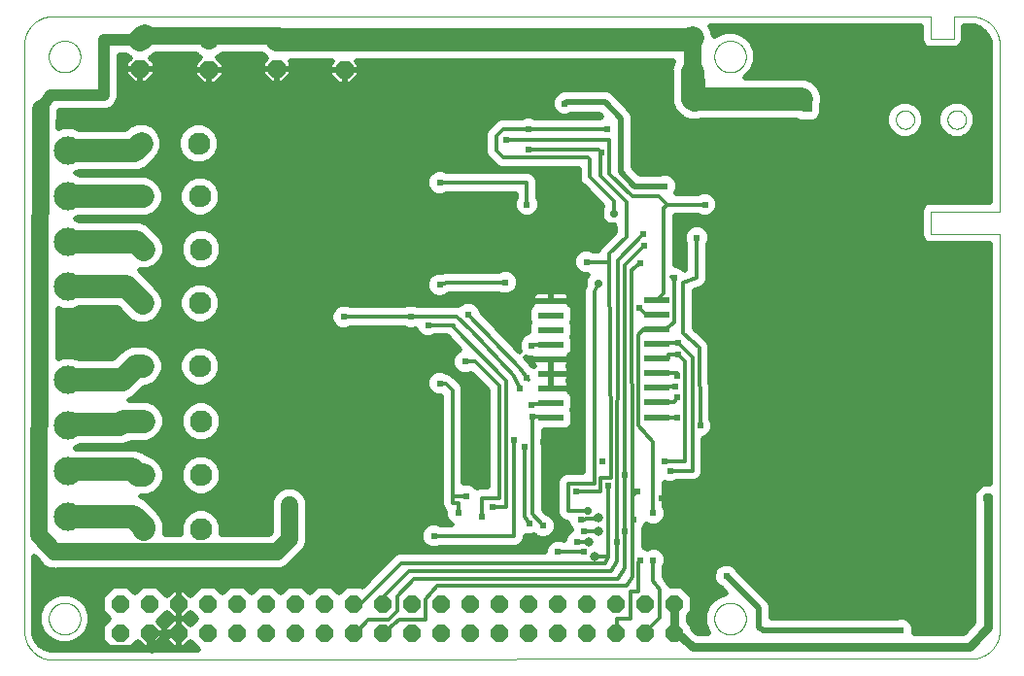
<source format=gbl>
G75*
%MOIN*%
%OFA0B0*%
%FSLAX25Y25*%
%IPPOS*%
%LPD*%
%AMOC8*
5,1,8,0,0,1.08239X$1,22.5*
%
%ADD10C,0.00000*%
%ADD11OC8,0.06300*%
%ADD12C,0.06300*%
%ADD13C,0.07600*%
%ADD14OC8,0.06000*%
%ADD15C,0.09744*%
%ADD16R,0.08661X0.02362*%
%ADD17C,0.03150*%
%ADD18C,0.01181*%
%ADD19C,0.02381*%
%ADD20C,0.01575*%
%ADD21C,0.01969*%
%ADD22OC8,0.03562*%
%ADD23C,0.03150*%
%ADD24C,0.02756*%
%ADD25R,0.03562X0.03562*%
%ADD26C,0.07874*%
%ADD27C,0.01600*%
%ADD28C,0.03562*%
%ADD29OC8,0.02381*%
%ADD30C,0.05906*%
%ADD31C,0.03937*%
D10*
X0019433Y0005945D02*
X0334394Y0006339D01*
X0334394Y0006338D02*
X0334632Y0006341D01*
X0334870Y0006349D01*
X0335107Y0006364D01*
X0335344Y0006384D01*
X0335580Y0006410D01*
X0335816Y0006441D01*
X0336051Y0006478D01*
X0336285Y0006521D01*
X0336518Y0006570D01*
X0336750Y0006624D01*
X0336980Y0006684D01*
X0337209Y0006749D01*
X0337436Y0006820D01*
X0337661Y0006896D01*
X0337884Y0006978D01*
X0338106Y0007065D01*
X0338325Y0007157D01*
X0338542Y0007255D01*
X0338756Y0007357D01*
X0338968Y0007465D01*
X0339178Y0007579D01*
X0339384Y0007697D01*
X0339588Y0007820D01*
X0339788Y0007948D01*
X0339985Y0008080D01*
X0340180Y0008218D01*
X0340370Y0008360D01*
X0340558Y0008507D01*
X0340741Y0008658D01*
X0340921Y0008813D01*
X0341097Y0008973D01*
X0341269Y0009137D01*
X0341438Y0009306D01*
X0341602Y0009478D01*
X0341762Y0009654D01*
X0341917Y0009834D01*
X0342068Y0010017D01*
X0342215Y0010205D01*
X0342357Y0010395D01*
X0342495Y0010590D01*
X0342627Y0010787D01*
X0342755Y0010987D01*
X0342878Y0011191D01*
X0342996Y0011397D01*
X0343110Y0011607D01*
X0343218Y0011819D01*
X0343320Y0012033D01*
X0343418Y0012250D01*
X0343510Y0012469D01*
X0343597Y0012691D01*
X0343679Y0012914D01*
X0343755Y0013139D01*
X0343826Y0013366D01*
X0343891Y0013595D01*
X0343951Y0013825D01*
X0344005Y0014057D01*
X0344054Y0014290D01*
X0344097Y0014524D01*
X0344134Y0014759D01*
X0344165Y0014995D01*
X0344191Y0015231D01*
X0344211Y0015468D01*
X0344226Y0015705D01*
X0344234Y0015943D01*
X0344237Y0016181D01*
X0344236Y0016181D02*
X0344236Y0152008D01*
X0320614Y0152008D01*
X0320614Y0159882D01*
X0344236Y0159882D01*
X0344236Y0216969D01*
X0344237Y0216969D02*
X0344234Y0217207D01*
X0344226Y0217445D01*
X0344211Y0217682D01*
X0344191Y0217919D01*
X0344165Y0218155D01*
X0344134Y0218391D01*
X0344097Y0218626D01*
X0344054Y0218860D01*
X0344005Y0219093D01*
X0343951Y0219325D01*
X0343891Y0219555D01*
X0343826Y0219784D01*
X0343755Y0220011D01*
X0343679Y0220236D01*
X0343597Y0220459D01*
X0343510Y0220681D01*
X0343418Y0220900D01*
X0343320Y0221117D01*
X0343218Y0221331D01*
X0343110Y0221543D01*
X0342996Y0221753D01*
X0342878Y0221959D01*
X0342755Y0222163D01*
X0342627Y0222363D01*
X0342495Y0222560D01*
X0342357Y0222755D01*
X0342215Y0222945D01*
X0342068Y0223133D01*
X0341917Y0223316D01*
X0341762Y0223496D01*
X0341602Y0223672D01*
X0341438Y0223844D01*
X0341269Y0224013D01*
X0341097Y0224177D01*
X0340921Y0224337D01*
X0340741Y0224492D01*
X0340558Y0224643D01*
X0340370Y0224790D01*
X0340180Y0224932D01*
X0339985Y0225070D01*
X0339788Y0225202D01*
X0339588Y0225330D01*
X0339384Y0225453D01*
X0339178Y0225571D01*
X0338968Y0225685D01*
X0338756Y0225793D01*
X0338542Y0225895D01*
X0338325Y0225993D01*
X0338106Y0226085D01*
X0337884Y0226172D01*
X0337661Y0226254D01*
X0337436Y0226330D01*
X0337209Y0226401D01*
X0336980Y0226466D01*
X0336750Y0226526D01*
X0336518Y0226580D01*
X0336285Y0226629D01*
X0336051Y0226672D01*
X0335816Y0226709D01*
X0335580Y0226740D01*
X0335344Y0226766D01*
X0335107Y0226786D01*
X0334870Y0226801D01*
X0334632Y0226809D01*
X0334394Y0226812D01*
X0334394Y0226811D02*
X0328488Y0226811D01*
X0328488Y0218937D01*
X0320614Y0218937D01*
X0320614Y0226811D01*
X0019433Y0226811D01*
X0019433Y0226812D02*
X0019200Y0226814D01*
X0018967Y0226810D01*
X0018734Y0226801D01*
X0018501Y0226786D01*
X0018269Y0226765D01*
X0018037Y0226739D01*
X0017806Y0226707D01*
X0017576Y0226670D01*
X0017347Y0226627D01*
X0017119Y0226579D01*
X0016892Y0226525D01*
X0016666Y0226466D01*
X0016442Y0226401D01*
X0016220Y0226331D01*
X0016000Y0226255D01*
X0015781Y0226174D01*
X0015564Y0226088D01*
X0015350Y0225997D01*
X0015137Y0225900D01*
X0014928Y0225799D01*
X0014720Y0225692D01*
X0014516Y0225580D01*
X0014314Y0225464D01*
X0014115Y0225342D01*
X0013918Y0225216D01*
X0013725Y0225085D01*
X0013536Y0224950D01*
X0013349Y0224810D01*
X0013166Y0224666D01*
X0012987Y0224517D01*
X0012811Y0224364D01*
X0012639Y0224206D01*
X0012471Y0224045D01*
X0012307Y0223879D01*
X0012146Y0223710D01*
X0011990Y0223537D01*
X0011839Y0223360D01*
X0011691Y0223179D01*
X0011548Y0222995D01*
X0011409Y0222808D01*
X0011275Y0222617D01*
X0011146Y0222423D01*
X0011021Y0222226D01*
X0010901Y0222026D01*
X0010786Y0221823D01*
X0010676Y0221617D01*
X0010571Y0221409D01*
X0010471Y0221199D01*
X0010376Y0220986D01*
X0010287Y0220771D01*
X0010202Y0220553D01*
X0010123Y0220334D01*
X0010049Y0220113D01*
X0009981Y0219890D01*
X0009917Y0219666D01*
X0009860Y0219440D01*
X0009808Y0219212D01*
X0009761Y0218984D01*
X0009720Y0218755D01*
X0009684Y0218524D01*
X0009654Y0218293D01*
X0009630Y0218061D01*
X0009611Y0217829D01*
X0009598Y0217596D01*
X0009590Y0217363D01*
X0009591Y0217362D02*
X0009591Y0015788D01*
X0009590Y0015788D02*
X0009593Y0015550D01*
X0009601Y0015312D01*
X0009616Y0015075D01*
X0009636Y0014838D01*
X0009662Y0014602D01*
X0009693Y0014366D01*
X0009730Y0014131D01*
X0009773Y0013897D01*
X0009822Y0013664D01*
X0009876Y0013432D01*
X0009936Y0013202D01*
X0010001Y0012973D01*
X0010072Y0012746D01*
X0010148Y0012521D01*
X0010230Y0012298D01*
X0010317Y0012076D01*
X0010409Y0011857D01*
X0010507Y0011640D01*
X0010609Y0011426D01*
X0010717Y0011214D01*
X0010831Y0011004D01*
X0010949Y0010798D01*
X0011072Y0010594D01*
X0011200Y0010394D01*
X0011332Y0010197D01*
X0011470Y0010002D01*
X0011612Y0009812D01*
X0011759Y0009624D01*
X0011910Y0009441D01*
X0012065Y0009261D01*
X0012225Y0009085D01*
X0012389Y0008913D01*
X0012558Y0008744D01*
X0012730Y0008580D01*
X0012906Y0008420D01*
X0013086Y0008265D01*
X0013269Y0008114D01*
X0013457Y0007967D01*
X0013647Y0007825D01*
X0013842Y0007687D01*
X0014039Y0007555D01*
X0014239Y0007427D01*
X0014443Y0007304D01*
X0014649Y0007186D01*
X0014859Y0007072D01*
X0015071Y0006964D01*
X0015285Y0006862D01*
X0015502Y0006764D01*
X0015721Y0006672D01*
X0015943Y0006585D01*
X0016166Y0006503D01*
X0016391Y0006427D01*
X0016618Y0006356D01*
X0016847Y0006291D01*
X0017077Y0006231D01*
X0017309Y0006177D01*
X0017542Y0006128D01*
X0017776Y0006085D01*
X0018011Y0006048D01*
X0018247Y0006017D01*
X0018483Y0005991D01*
X0018720Y0005971D01*
X0018957Y0005956D01*
X0019195Y0005948D01*
X0019433Y0005945D01*
X0017957Y0020118D02*
X0017959Y0020265D01*
X0017965Y0020411D01*
X0017975Y0020557D01*
X0017989Y0020703D01*
X0018007Y0020849D01*
X0018028Y0020994D01*
X0018054Y0021138D01*
X0018084Y0021282D01*
X0018117Y0021424D01*
X0018154Y0021566D01*
X0018195Y0021707D01*
X0018240Y0021846D01*
X0018289Y0021985D01*
X0018341Y0022122D01*
X0018398Y0022257D01*
X0018457Y0022391D01*
X0018521Y0022523D01*
X0018588Y0022653D01*
X0018658Y0022782D01*
X0018732Y0022909D01*
X0018809Y0023033D01*
X0018890Y0023156D01*
X0018974Y0023276D01*
X0019061Y0023394D01*
X0019151Y0023509D01*
X0019244Y0023622D01*
X0019341Y0023733D01*
X0019440Y0023841D01*
X0019542Y0023946D01*
X0019647Y0024048D01*
X0019755Y0024147D01*
X0019866Y0024244D01*
X0019979Y0024337D01*
X0020094Y0024427D01*
X0020212Y0024514D01*
X0020332Y0024598D01*
X0020455Y0024679D01*
X0020579Y0024756D01*
X0020706Y0024830D01*
X0020835Y0024900D01*
X0020965Y0024967D01*
X0021097Y0025031D01*
X0021231Y0025090D01*
X0021366Y0025147D01*
X0021503Y0025199D01*
X0021642Y0025248D01*
X0021781Y0025293D01*
X0021922Y0025334D01*
X0022064Y0025371D01*
X0022206Y0025404D01*
X0022350Y0025434D01*
X0022494Y0025460D01*
X0022639Y0025481D01*
X0022785Y0025499D01*
X0022931Y0025513D01*
X0023077Y0025523D01*
X0023223Y0025529D01*
X0023370Y0025531D01*
X0023517Y0025529D01*
X0023663Y0025523D01*
X0023809Y0025513D01*
X0023955Y0025499D01*
X0024101Y0025481D01*
X0024246Y0025460D01*
X0024390Y0025434D01*
X0024534Y0025404D01*
X0024676Y0025371D01*
X0024818Y0025334D01*
X0024959Y0025293D01*
X0025098Y0025248D01*
X0025237Y0025199D01*
X0025374Y0025147D01*
X0025509Y0025090D01*
X0025643Y0025031D01*
X0025775Y0024967D01*
X0025905Y0024900D01*
X0026034Y0024830D01*
X0026161Y0024756D01*
X0026285Y0024679D01*
X0026408Y0024598D01*
X0026528Y0024514D01*
X0026646Y0024427D01*
X0026761Y0024337D01*
X0026874Y0024244D01*
X0026985Y0024147D01*
X0027093Y0024048D01*
X0027198Y0023946D01*
X0027300Y0023841D01*
X0027399Y0023733D01*
X0027496Y0023622D01*
X0027589Y0023509D01*
X0027679Y0023394D01*
X0027766Y0023276D01*
X0027850Y0023156D01*
X0027931Y0023033D01*
X0028008Y0022909D01*
X0028082Y0022782D01*
X0028152Y0022653D01*
X0028219Y0022523D01*
X0028283Y0022391D01*
X0028342Y0022257D01*
X0028399Y0022122D01*
X0028451Y0021985D01*
X0028500Y0021846D01*
X0028545Y0021707D01*
X0028586Y0021566D01*
X0028623Y0021424D01*
X0028656Y0021282D01*
X0028686Y0021138D01*
X0028712Y0020994D01*
X0028733Y0020849D01*
X0028751Y0020703D01*
X0028765Y0020557D01*
X0028775Y0020411D01*
X0028781Y0020265D01*
X0028783Y0020118D01*
X0028781Y0019971D01*
X0028775Y0019825D01*
X0028765Y0019679D01*
X0028751Y0019533D01*
X0028733Y0019387D01*
X0028712Y0019242D01*
X0028686Y0019098D01*
X0028656Y0018954D01*
X0028623Y0018812D01*
X0028586Y0018670D01*
X0028545Y0018529D01*
X0028500Y0018390D01*
X0028451Y0018251D01*
X0028399Y0018114D01*
X0028342Y0017979D01*
X0028283Y0017845D01*
X0028219Y0017713D01*
X0028152Y0017583D01*
X0028082Y0017454D01*
X0028008Y0017327D01*
X0027931Y0017203D01*
X0027850Y0017080D01*
X0027766Y0016960D01*
X0027679Y0016842D01*
X0027589Y0016727D01*
X0027496Y0016614D01*
X0027399Y0016503D01*
X0027300Y0016395D01*
X0027198Y0016290D01*
X0027093Y0016188D01*
X0026985Y0016089D01*
X0026874Y0015992D01*
X0026761Y0015899D01*
X0026646Y0015809D01*
X0026528Y0015722D01*
X0026408Y0015638D01*
X0026285Y0015557D01*
X0026161Y0015480D01*
X0026034Y0015406D01*
X0025905Y0015336D01*
X0025775Y0015269D01*
X0025643Y0015205D01*
X0025509Y0015146D01*
X0025374Y0015089D01*
X0025237Y0015037D01*
X0025098Y0014988D01*
X0024959Y0014943D01*
X0024818Y0014902D01*
X0024676Y0014865D01*
X0024534Y0014832D01*
X0024390Y0014802D01*
X0024246Y0014776D01*
X0024101Y0014755D01*
X0023955Y0014737D01*
X0023809Y0014723D01*
X0023663Y0014713D01*
X0023517Y0014707D01*
X0023370Y0014705D01*
X0023223Y0014707D01*
X0023077Y0014713D01*
X0022931Y0014723D01*
X0022785Y0014737D01*
X0022639Y0014755D01*
X0022494Y0014776D01*
X0022350Y0014802D01*
X0022206Y0014832D01*
X0022064Y0014865D01*
X0021922Y0014902D01*
X0021781Y0014943D01*
X0021642Y0014988D01*
X0021503Y0015037D01*
X0021366Y0015089D01*
X0021231Y0015146D01*
X0021097Y0015205D01*
X0020965Y0015269D01*
X0020835Y0015336D01*
X0020706Y0015406D01*
X0020579Y0015480D01*
X0020455Y0015557D01*
X0020332Y0015638D01*
X0020212Y0015722D01*
X0020094Y0015809D01*
X0019979Y0015899D01*
X0019866Y0015992D01*
X0019755Y0016089D01*
X0019647Y0016188D01*
X0019542Y0016290D01*
X0019440Y0016395D01*
X0019341Y0016503D01*
X0019244Y0016614D01*
X0019151Y0016727D01*
X0019061Y0016842D01*
X0018974Y0016960D01*
X0018890Y0017080D01*
X0018809Y0017203D01*
X0018732Y0017327D01*
X0018658Y0017454D01*
X0018588Y0017583D01*
X0018521Y0017713D01*
X0018457Y0017845D01*
X0018398Y0017979D01*
X0018341Y0018114D01*
X0018289Y0018251D01*
X0018240Y0018390D01*
X0018195Y0018529D01*
X0018154Y0018670D01*
X0018117Y0018812D01*
X0018084Y0018954D01*
X0018054Y0019098D01*
X0018028Y0019242D01*
X0018007Y0019387D01*
X0017989Y0019533D01*
X0017975Y0019679D01*
X0017965Y0019825D01*
X0017959Y0019971D01*
X0017957Y0020118D01*
X0246304Y0020118D02*
X0246306Y0020265D01*
X0246312Y0020411D01*
X0246322Y0020557D01*
X0246336Y0020703D01*
X0246354Y0020849D01*
X0246375Y0020994D01*
X0246401Y0021138D01*
X0246431Y0021282D01*
X0246464Y0021424D01*
X0246501Y0021566D01*
X0246542Y0021707D01*
X0246587Y0021846D01*
X0246636Y0021985D01*
X0246688Y0022122D01*
X0246745Y0022257D01*
X0246804Y0022391D01*
X0246868Y0022523D01*
X0246935Y0022653D01*
X0247005Y0022782D01*
X0247079Y0022909D01*
X0247156Y0023033D01*
X0247237Y0023156D01*
X0247321Y0023276D01*
X0247408Y0023394D01*
X0247498Y0023509D01*
X0247591Y0023622D01*
X0247688Y0023733D01*
X0247787Y0023841D01*
X0247889Y0023946D01*
X0247994Y0024048D01*
X0248102Y0024147D01*
X0248213Y0024244D01*
X0248326Y0024337D01*
X0248441Y0024427D01*
X0248559Y0024514D01*
X0248679Y0024598D01*
X0248802Y0024679D01*
X0248926Y0024756D01*
X0249053Y0024830D01*
X0249182Y0024900D01*
X0249312Y0024967D01*
X0249444Y0025031D01*
X0249578Y0025090D01*
X0249713Y0025147D01*
X0249850Y0025199D01*
X0249989Y0025248D01*
X0250128Y0025293D01*
X0250269Y0025334D01*
X0250411Y0025371D01*
X0250553Y0025404D01*
X0250697Y0025434D01*
X0250841Y0025460D01*
X0250986Y0025481D01*
X0251132Y0025499D01*
X0251278Y0025513D01*
X0251424Y0025523D01*
X0251570Y0025529D01*
X0251717Y0025531D01*
X0251864Y0025529D01*
X0252010Y0025523D01*
X0252156Y0025513D01*
X0252302Y0025499D01*
X0252448Y0025481D01*
X0252593Y0025460D01*
X0252737Y0025434D01*
X0252881Y0025404D01*
X0253023Y0025371D01*
X0253165Y0025334D01*
X0253306Y0025293D01*
X0253445Y0025248D01*
X0253584Y0025199D01*
X0253721Y0025147D01*
X0253856Y0025090D01*
X0253990Y0025031D01*
X0254122Y0024967D01*
X0254252Y0024900D01*
X0254381Y0024830D01*
X0254508Y0024756D01*
X0254632Y0024679D01*
X0254755Y0024598D01*
X0254875Y0024514D01*
X0254993Y0024427D01*
X0255108Y0024337D01*
X0255221Y0024244D01*
X0255332Y0024147D01*
X0255440Y0024048D01*
X0255545Y0023946D01*
X0255647Y0023841D01*
X0255746Y0023733D01*
X0255843Y0023622D01*
X0255936Y0023509D01*
X0256026Y0023394D01*
X0256113Y0023276D01*
X0256197Y0023156D01*
X0256278Y0023033D01*
X0256355Y0022909D01*
X0256429Y0022782D01*
X0256499Y0022653D01*
X0256566Y0022523D01*
X0256630Y0022391D01*
X0256689Y0022257D01*
X0256746Y0022122D01*
X0256798Y0021985D01*
X0256847Y0021846D01*
X0256892Y0021707D01*
X0256933Y0021566D01*
X0256970Y0021424D01*
X0257003Y0021282D01*
X0257033Y0021138D01*
X0257059Y0020994D01*
X0257080Y0020849D01*
X0257098Y0020703D01*
X0257112Y0020557D01*
X0257122Y0020411D01*
X0257128Y0020265D01*
X0257130Y0020118D01*
X0257128Y0019971D01*
X0257122Y0019825D01*
X0257112Y0019679D01*
X0257098Y0019533D01*
X0257080Y0019387D01*
X0257059Y0019242D01*
X0257033Y0019098D01*
X0257003Y0018954D01*
X0256970Y0018812D01*
X0256933Y0018670D01*
X0256892Y0018529D01*
X0256847Y0018390D01*
X0256798Y0018251D01*
X0256746Y0018114D01*
X0256689Y0017979D01*
X0256630Y0017845D01*
X0256566Y0017713D01*
X0256499Y0017583D01*
X0256429Y0017454D01*
X0256355Y0017327D01*
X0256278Y0017203D01*
X0256197Y0017080D01*
X0256113Y0016960D01*
X0256026Y0016842D01*
X0255936Y0016727D01*
X0255843Y0016614D01*
X0255746Y0016503D01*
X0255647Y0016395D01*
X0255545Y0016290D01*
X0255440Y0016188D01*
X0255332Y0016089D01*
X0255221Y0015992D01*
X0255108Y0015899D01*
X0254993Y0015809D01*
X0254875Y0015722D01*
X0254755Y0015638D01*
X0254632Y0015557D01*
X0254508Y0015480D01*
X0254381Y0015406D01*
X0254252Y0015336D01*
X0254122Y0015269D01*
X0253990Y0015205D01*
X0253856Y0015146D01*
X0253721Y0015089D01*
X0253584Y0015037D01*
X0253445Y0014988D01*
X0253306Y0014943D01*
X0253165Y0014902D01*
X0253023Y0014865D01*
X0252881Y0014832D01*
X0252737Y0014802D01*
X0252593Y0014776D01*
X0252448Y0014755D01*
X0252302Y0014737D01*
X0252156Y0014723D01*
X0252010Y0014713D01*
X0251864Y0014707D01*
X0251717Y0014705D01*
X0251570Y0014707D01*
X0251424Y0014713D01*
X0251278Y0014723D01*
X0251132Y0014737D01*
X0250986Y0014755D01*
X0250841Y0014776D01*
X0250697Y0014802D01*
X0250553Y0014832D01*
X0250411Y0014865D01*
X0250269Y0014902D01*
X0250128Y0014943D01*
X0249989Y0014988D01*
X0249850Y0015037D01*
X0249713Y0015089D01*
X0249578Y0015146D01*
X0249444Y0015205D01*
X0249312Y0015269D01*
X0249182Y0015336D01*
X0249053Y0015406D01*
X0248926Y0015480D01*
X0248802Y0015557D01*
X0248679Y0015638D01*
X0248559Y0015722D01*
X0248441Y0015809D01*
X0248326Y0015899D01*
X0248213Y0015992D01*
X0248102Y0016089D01*
X0247994Y0016188D01*
X0247889Y0016290D01*
X0247787Y0016395D01*
X0247688Y0016503D01*
X0247591Y0016614D01*
X0247498Y0016727D01*
X0247408Y0016842D01*
X0247321Y0016960D01*
X0247237Y0017080D01*
X0247156Y0017203D01*
X0247079Y0017327D01*
X0247005Y0017454D01*
X0246935Y0017583D01*
X0246868Y0017713D01*
X0246804Y0017845D01*
X0246745Y0017979D01*
X0246688Y0018114D01*
X0246636Y0018251D01*
X0246587Y0018390D01*
X0246542Y0018529D01*
X0246501Y0018670D01*
X0246464Y0018812D01*
X0246431Y0018954D01*
X0246401Y0019098D01*
X0246375Y0019242D01*
X0246354Y0019387D01*
X0246336Y0019533D01*
X0246322Y0019679D01*
X0246312Y0019825D01*
X0246306Y0019971D01*
X0246304Y0020118D01*
X0308606Y0191378D02*
X0308608Y0191490D01*
X0308614Y0191601D01*
X0308624Y0191713D01*
X0308638Y0191824D01*
X0308655Y0191934D01*
X0308677Y0192044D01*
X0308703Y0192153D01*
X0308732Y0192261D01*
X0308765Y0192367D01*
X0308802Y0192473D01*
X0308843Y0192577D01*
X0308888Y0192680D01*
X0308936Y0192781D01*
X0308987Y0192880D01*
X0309042Y0192977D01*
X0309101Y0193072D01*
X0309162Y0193166D01*
X0309227Y0193257D01*
X0309296Y0193345D01*
X0309367Y0193431D01*
X0309441Y0193515D01*
X0309519Y0193595D01*
X0309599Y0193673D01*
X0309682Y0193749D01*
X0309767Y0193821D01*
X0309855Y0193890D01*
X0309945Y0193956D01*
X0310038Y0194018D01*
X0310133Y0194078D01*
X0310230Y0194134D01*
X0310328Y0194186D01*
X0310429Y0194235D01*
X0310531Y0194280D01*
X0310635Y0194322D01*
X0310740Y0194360D01*
X0310847Y0194394D01*
X0310954Y0194424D01*
X0311063Y0194451D01*
X0311172Y0194473D01*
X0311283Y0194492D01*
X0311393Y0194507D01*
X0311505Y0194518D01*
X0311616Y0194525D01*
X0311728Y0194528D01*
X0311840Y0194527D01*
X0311952Y0194522D01*
X0312063Y0194513D01*
X0312174Y0194500D01*
X0312285Y0194483D01*
X0312395Y0194463D01*
X0312504Y0194438D01*
X0312612Y0194410D01*
X0312719Y0194377D01*
X0312825Y0194341D01*
X0312929Y0194301D01*
X0313032Y0194258D01*
X0313134Y0194211D01*
X0313233Y0194160D01*
X0313331Y0194106D01*
X0313427Y0194048D01*
X0313521Y0193987D01*
X0313612Y0193923D01*
X0313701Y0193856D01*
X0313788Y0193785D01*
X0313872Y0193711D01*
X0313954Y0193635D01*
X0314032Y0193555D01*
X0314108Y0193473D01*
X0314181Y0193388D01*
X0314251Y0193301D01*
X0314317Y0193211D01*
X0314381Y0193119D01*
X0314441Y0193025D01*
X0314498Y0192929D01*
X0314551Y0192830D01*
X0314601Y0192730D01*
X0314647Y0192629D01*
X0314690Y0192525D01*
X0314729Y0192420D01*
X0314764Y0192314D01*
X0314795Y0192207D01*
X0314823Y0192098D01*
X0314846Y0191989D01*
X0314866Y0191879D01*
X0314882Y0191768D01*
X0314894Y0191657D01*
X0314902Y0191546D01*
X0314906Y0191434D01*
X0314906Y0191322D01*
X0314902Y0191210D01*
X0314894Y0191099D01*
X0314882Y0190988D01*
X0314866Y0190877D01*
X0314846Y0190767D01*
X0314823Y0190658D01*
X0314795Y0190549D01*
X0314764Y0190442D01*
X0314729Y0190336D01*
X0314690Y0190231D01*
X0314647Y0190127D01*
X0314601Y0190026D01*
X0314551Y0189926D01*
X0314498Y0189827D01*
X0314441Y0189731D01*
X0314381Y0189637D01*
X0314317Y0189545D01*
X0314251Y0189455D01*
X0314181Y0189368D01*
X0314108Y0189283D01*
X0314032Y0189201D01*
X0313954Y0189121D01*
X0313872Y0189045D01*
X0313788Y0188971D01*
X0313701Y0188900D01*
X0313612Y0188833D01*
X0313521Y0188769D01*
X0313427Y0188708D01*
X0313331Y0188650D01*
X0313233Y0188596D01*
X0313134Y0188545D01*
X0313032Y0188498D01*
X0312929Y0188455D01*
X0312825Y0188415D01*
X0312719Y0188379D01*
X0312612Y0188346D01*
X0312504Y0188318D01*
X0312395Y0188293D01*
X0312285Y0188273D01*
X0312174Y0188256D01*
X0312063Y0188243D01*
X0311952Y0188234D01*
X0311840Y0188229D01*
X0311728Y0188228D01*
X0311616Y0188231D01*
X0311505Y0188238D01*
X0311393Y0188249D01*
X0311283Y0188264D01*
X0311172Y0188283D01*
X0311063Y0188305D01*
X0310954Y0188332D01*
X0310847Y0188362D01*
X0310740Y0188396D01*
X0310635Y0188434D01*
X0310531Y0188476D01*
X0310429Y0188521D01*
X0310328Y0188570D01*
X0310230Y0188622D01*
X0310133Y0188678D01*
X0310038Y0188738D01*
X0309945Y0188800D01*
X0309855Y0188866D01*
X0309767Y0188935D01*
X0309682Y0189007D01*
X0309599Y0189083D01*
X0309519Y0189161D01*
X0309441Y0189241D01*
X0309367Y0189325D01*
X0309296Y0189411D01*
X0309227Y0189499D01*
X0309162Y0189590D01*
X0309101Y0189684D01*
X0309042Y0189779D01*
X0308987Y0189876D01*
X0308936Y0189975D01*
X0308888Y0190076D01*
X0308843Y0190179D01*
X0308802Y0190283D01*
X0308765Y0190389D01*
X0308732Y0190495D01*
X0308703Y0190603D01*
X0308677Y0190712D01*
X0308655Y0190822D01*
X0308638Y0190932D01*
X0308624Y0191043D01*
X0308614Y0191155D01*
X0308608Y0191266D01*
X0308606Y0191378D01*
X0326323Y0191378D02*
X0326325Y0191490D01*
X0326331Y0191601D01*
X0326341Y0191713D01*
X0326355Y0191824D01*
X0326372Y0191934D01*
X0326394Y0192044D01*
X0326420Y0192153D01*
X0326449Y0192261D01*
X0326482Y0192367D01*
X0326519Y0192473D01*
X0326560Y0192577D01*
X0326605Y0192680D01*
X0326653Y0192781D01*
X0326704Y0192880D01*
X0326759Y0192977D01*
X0326818Y0193072D01*
X0326879Y0193166D01*
X0326944Y0193257D01*
X0327013Y0193345D01*
X0327084Y0193431D01*
X0327158Y0193515D01*
X0327236Y0193595D01*
X0327316Y0193673D01*
X0327399Y0193749D01*
X0327484Y0193821D01*
X0327572Y0193890D01*
X0327662Y0193956D01*
X0327755Y0194018D01*
X0327850Y0194078D01*
X0327947Y0194134D01*
X0328045Y0194186D01*
X0328146Y0194235D01*
X0328248Y0194280D01*
X0328352Y0194322D01*
X0328457Y0194360D01*
X0328564Y0194394D01*
X0328671Y0194424D01*
X0328780Y0194451D01*
X0328889Y0194473D01*
X0329000Y0194492D01*
X0329110Y0194507D01*
X0329222Y0194518D01*
X0329333Y0194525D01*
X0329445Y0194528D01*
X0329557Y0194527D01*
X0329669Y0194522D01*
X0329780Y0194513D01*
X0329891Y0194500D01*
X0330002Y0194483D01*
X0330112Y0194463D01*
X0330221Y0194438D01*
X0330329Y0194410D01*
X0330436Y0194377D01*
X0330542Y0194341D01*
X0330646Y0194301D01*
X0330749Y0194258D01*
X0330851Y0194211D01*
X0330950Y0194160D01*
X0331048Y0194106D01*
X0331144Y0194048D01*
X0331238Y0193987D01*
X0331329Y0193923D01*
X0331418Y0193856D01*
X0331505Y0193785D01*
X0331589Y0193711D01*
X0331671Y0193635D01*
X0331749Y0193555D01*
X0331825Y0193473D01*
X0331898Y0193388D01*
X0331968Y0193301D01*
X0332034Y0193211D01*
X0332098Y0193119D01*
X0332158Y0193025D01*
X0332215Y0192929D01*
X0332268Y0192830D01*
X0332318Y0192730D01*
X0332364Y0192629D01*
X0332407Y0192525D01*
X0332446Y0192420D01*
X0332481Y0192314D01*
X0332512Y0192207D01*
X0332540Y0192098D01*
X0332563Y0191989D01*
X0332583Y0191879D01*
X0332599Y0191768D01*
X0332611Y0191657D01*
X0332619Y0191546D01*
X0332623Y0191434D01*
X0332623Y0191322D01*
X0332619Y0191210D01*
X0332611Y0191099D01*
X0332599Y0190988D01*
X0332583Y0190877D01*
X0332563Y0190767D01*
X0332540Y0190658D01*
X0332512Y0190549D01*
X0332481Y0190442D01*
X0332446Y0190336D01*
X0332407Y0190231D01*
X0332364Y0190127D01*
X0332318Y0190026D01*
X0332268Y0189926D01*
X0332215Y0189827D01*
X0332158Y0189731D01*
X0332098Y0189637D01*
X0332034Y0189545D01*
X0331968Y0189455D01*
X0331898Y0189368D01*
X0331825Y0189283D01*
X0331749Y0189201D01*
X0331671Y0189121D01*
X0331589Y0189045D01*
X0331505Y0188971D01*
X0331418Y0188900D01*
X0331329Y0188833D01*
X0331238Y0188769D01*
X0331144Y0188708D01*
X0331048Y0188650D01*
X0330950Y0188596D01*
X0330851Y0188545D01*
X0330749Y0188498D01*
X0330646Y0188455D01*
X0330542Y0188415D01*
X0330436Y0188379D01*
X0330329Y0188346D01*
X0330221Y0188318D01*
X0330112Y0188293D01*
X0330002Y0188273D01*
X0329891Y0188256D01*
X0329780Y0188243D01*
X0329669Y0188234D01*
X0329557Y0188229D01*
X0329445Y0188228D01*
X0329333Y0188231D01*
X0329222Y0188238D01*
X0329110Y0188249D01*
X0329000Y0188264D01*
X0328889Y0188283D01*
X0328780Y0188305D01*
X0328671Y0188332D01*
X0328564Y0188362D01*
X0328457Y0188396D01*
X0328352Y0188434D01*
X0328248Y0188476D01*
X0328146Y0188521D01*
X0328045Y0188570D01*
X0327947Y0188622D01*
X0327850Y0188678D01*
X0327755Y0188738D01*
X0327662Y0188800D01*
X0327572Y0188866D01*
X0327484Y0188935D01*
X0327399Y0189007D01*
X0327316Y0189083D01*
X0327236Y0189161D01*
X0327158Y0189241D01*
X0327084Y0189325D01*
X0327013Y0189411D01*
X0326944Y0189499D01*
X0326879Y0189590D01*
X0326818Y0189684D01*
X0326759Y0189779D01*
X0326704Y0189876D01*
X0326653Y0189975D01*
X0326605Y0190076D01*
X0326560Y0190179D01*
X0326519Y0190283D01*
X0326482Y0190389D01*
X0326449Y0190495D01*
X0326420Y0190603D01*
X0326394Y0190712D01*
X0326372Y0190822D01*
X0326355Y0190932D01*
X0326341Y0191043D01*
X0326331Y0191155D01*
X0326325Y0191266D01*
X0326323Y0191378D01*
X0246304Y0213032D02*
X0246306Y0213179D01*
X0246312Y0213325D01*
X0246322Y0213471D01*
X0246336Y0213617D01*
X0246354Y0213763D01*
X0246375Y0213908D01*
X0246401Y0214052D01*
X0246431Y0214196D01*
X0246464Y0214338D01*
X0246501Y0214480D01*
X0246542Y0214621D01*
X0246587Y0214760D01*
X0246636Y0214899D01*
X0246688Y0215036D01*
X0246745Y0215171D01*
X0246804Y0215305D01*
X0246868Y0215437D01*
X0246935Y0215567D01*
X0247005Y0215696D01*
X0247079Y0215823D01*
X0247156Y0215947D01*
X0247237Y0216070D01*
X0247321Y0216190D01*
X0247408Y0216308D01*
X0247498Y0216423D01*
X0247591Y0216536D01*
X0247688Y0216647D01*
X0247787Y0216755D01*
X0247889Y0216860D01*
X0247994Y0216962D01*
X0248102Y0217061D01*
X0248213Y0217158D01*
X0248326Y0217251D01*
X0248441Y0217341D01*
X0248559Y0217428D01*
X0248679Y0217512D01*
X0248802Y0217593D01*
X0248926Y0217670D01*
X0249053Y0217744D01*
X0249182Y0217814D01*
X0249312Y0217881D01*
X0249444Y0217945D01*
X0249578Y0218004D01*
X0249713Y0218061D01*
X0249850Y0218113D01*
X0249989Y0218162D01*
X0250128Y0218207D01*
X0250269Y0218248D01*
X0250411Y0218285D01*
X0250553Y0218318D01*
X0250697Y0218348D01*
X0250841Y0218374D01*
X0250986Y0218395D01*
X0251132Y0218413D01*
X0251278Y0218427D01*
X0251424Y0218437D01*
X0251570Y0218443D01*
X0251717Y0218445D01*
X0251864Y0218443D01*
X0252010Y0218437D01*
X0252156Y0218427D01*
X0252302Y0218413D01*
X0252448Y0218395D01*
X0252593Y0218374D01*
X0252737Y0218348D01*
X0252881Y0218318D01*
X0253023Y0218285D01*
X0253165Y0218248D01*
X0253306Y0218207D01*
X0253445Y0218162D01*
X0253584Y0218113D01*
X0253721Y0218061D01*
X0253856Y0218004D01*
X0253990Y0217945D01*
X0254122Y0217881D01*
X0254252Y0217814D01*
X0254381Y0217744D01*
X0254508Y0217670D01*
X0254632Y0217593D01*
X0254755Y0217512D01*
X0254875Y0217428D01*
X0254993Y0217341D01*
X0255108Y0217251D01*
X0255221Y0217158D01*
X0255332Y0217061D01*
X0255440Y0216962D01*
X0255545Y0216860D01*
X0255647Y0216755D01*
X0255746Y0216647D01*
X0255843Y0216536D01*
X0255936Y0216423D01*
X0256026Y0216308D01*
X0256113Y0216190D01*
X0256197Y0216070D01*
X0256278Y0215947D01*
X0256355Y0215823D01*
X0256429Y0215696D01*
X0256499Y0215567D01*
X0256566Y0215437D01*
X0256630Y0215305D01*
X0256689Y0215171D01*
X0256746Y0215036D01*
X0256798Y0214899D01*
X0256847Y0214760D01*
X0256892Y0214621D01*
X0256933Y0214480D01*
X0256970Y0214338D01*
X0257003Y0214196D01*
X0257033Y0214052D01*
X0257059Y0213908D01*
X0257080Y0213763D01*
X0257098Y0213617D01*
X0257112Y0213471D01*
X0257122Y0213325D01*
X0257128Y0213179D01*
X0257130Y0213032D01*
X0257128Y0212885D01*
X0257122Y0212739D01*
X0257112Y0212593D01*
X0257098Y0212447D01*
X0257080Y0212301D01*
X0257059Y0212156D01*
X0257033Y0212012D01*
X0257003Y0211868D01*
X0256970Y0211726D01*
X0256933Y0211584D01*
X0256892Y0211443D01*
X0256847Y0211304D01*
X0256798Y0211165D01*
X0256746Y0211028D01*
X0256689Y0210893D01*
X0256630Y0210759D01*
X0256566Y0210627D01*
X0256499Y0210497D01*
X0256429Y0210368D01*
X0256355Y0210241D01*
X0256278Y0210117D01*
X0256197Y0209994D01*
X0256113Y0209874D01*
X0256026Y0209756D01*
X0255936Y0209641D01*
X0255843Y0209528D01*
X0255746Y0209417D01*
X0255647Y0209309D01*
X0255545Y0209204D01*
X0255440Y0209102D01*
X0255332Y0209003D01*
X0255221Y0208906D01*
X0255108Y0208813D01*
X0254993Y0208723D01*
X0254875Y0208636D01*
X0254755Y0208552D01*
X0254632Y0208471D01*
X0254508Y0208394D01*
X0254381Y0208320D01*
X0254252Y0208250D01*
X0254122Y0208183D01*
X0253990Y0208119D01*
X0253856Y0208060D01*
X0253721Y0208003D01*
X0253584Y0207951D01*
X0253445Y0207902D01*
X0253306Y0207857D01*
X0253165Y0207816D01*
X0253023Y0207779D01*
X0252881Y0207746D01*
X0252737Y0207716D01*
X0252593Y0207690D01*
X0252448Y0207669D01*
X0252302Y0207651D01*
X0252156Y0207637D01*
X0252010Y0207627D01*
X0251864Y0207621D01*
X0251717Y0207619D01*
X0251570Y0207621D01*
X0251424Y0207627D01*
X0251278Y0207637D01*
X0251132Y0207651D01*
X0250986Y0207669D01*
X0250841Y0207690D01*
X0250697Y0207716D01*
X0250553Y0207746D01*
X0250411Y0207779D01*
X0250269Y0207816D01*
X0250128Y0207857D01*
X0249989Y0207902D01*
X0249850Y0207951D01*
X0249713Y0208003D01*
X0249578Y0208060D01*
X0249444Y0208119D01*
X0249312Y0208183D01*
X0249182Y0208250D01*
X0249053Y0208320D01*
X0248926Y0208394D01*
X0248802Y0208471D01*
X0248679Y0208552D01*
X0248559Y0208636D01*
X0248441Y0208723D01*
X0248326Y0208813D01*
X0248213Y0208906D01*
X0248102Y0209003D01*
X0247994Y0209102D01*
X0247889Y0209204D01*
X0247787Y0209309D01*
X0247688Y0209417D01*
X0247591Y0209528D01*
X0247498Y0209641D01*
X0247408Y0209756D01*
X0247321Y0209874D01*
X0247237Y0209994D01*
X0247156Y0210117D01*
X0247079Y0210241D01*
X0247005Y0210368D01*
X0246935Y0210497D01*
X0246868Y0210627D01*
X0246804Y0210759D01*
X0246745Y0210893D01*
X0246688Y0211028D01*
X0246636Y0211165D01*
X0246587Y0211304D01*
X0246542Y0211443D01*
X0246501Y0211584D01*
X0246464Y0211726D01*
X0246431Y0211868D01*
X0246401Y0212012D01*
X0246375Y0212156D01*
X0246354Y0212301D01*
X0246336Y0212447D01*
X0246322Y0212593D01*
X0246312Y0212739D01*
X0246306Y0212885D01*
X0246304Y0213032D01*
X0017957Y0213032D02*
X0017959Y0213179D01*
X0017965Y0213325D01*
X0017975Y0213471D01*
X0017989Y0213617D01*
X0018007Y0213763D01*
X0018028Y0213908D01*
X0018054Y0214052D01*
X0018084Y0214196D01*
X0018117Y0214338D01*
X0018154Y0214480D01*
X0018195Y0214621D01*
X0018240Y0214760D01*
X0018289Y0214899D01*
X0018341Y0215036D01*
X0018398Y0215171D01*
X0018457Y0215305D01*
X0018521Y0215437D01*
X0018588Y0215567D01*
X0018658Y0215696D01*
X0018732Y0215823D01*
X0018809Y0215947D01*
X0018890Y0216070D01*
X0018974Y0216190D01*
X0019061Y0216308D01*
X0019151Y0216423D01*
X0019244Y0216536D01*
X0019341Y0216647D01*
X0019440Y0216755D01*
X0019542Y0216860D01*
X0019647Y0216962D01*
X0019755Y0217061D01*
X0019866Y0217158D01*
X0019979Y0217251D01*
X0020094Y0217341D01*
X0020212Y0217428D01*
X0020332Y0217512D01*
X0020455Y0217593D01*
X0020579Y0217670D01*
X0020706Y0217744D01*
X0020835Y0217814D01*
X0020965Y0217881D01*
X0021097Y0217945D01*
X0021231Y0218004D01*
X0021366Y0218061D01*
X0021503Y0218113D01*
X0021642Y0218162D01*
X0021781Y0218207D01*
X0021922Y0218248D01*
X0022064Y0218285D01*
X0022206Y0218318D01*
X0022350Y0218348D01*
X0022494Y0218374D01*
X0022639Y0218395D01*
X0022785Y0218413D01*
X0022931Y0218427D01*
X0023077Y0218437D01*
X0023223Y0218443D01*
X0023370Y0218445D01*
X0023517Y0218443D01*
X0023663Y0218437D01*
X0023809Y0218427D01*
X0023955Y0218413D01*
X0024101Y0218395D01*
X0024246Y0218374D01*
X0024390Y0218348D01*
X0024534Y0218318D01*
X0024676Y0218285D01*
X0024818Y0218248D01*
X0024959Y0218207D01*
X0025098Y0218162D01*
X0025237Y0218113D01*
X0025374Y0218061D01*
X0025509Y0218004D01*
X0025643Y0217945D01*
X0025775Y0217881D01*
X0025905Y0217814D01*
X0026034Y0217744D01*
X0026161Y0217670D01*
X0026285Y0217593D01*
X0026408Y0217512D01*
X0026528Y0217428D01*
X0026646Y0217341D01*
X0026761Y0217251D01*
X0026874Y0217158D01*
X0026985Y0217061D01*
X0027093Y0216962D01*
X0027198Y0216860D01*
X0027300Y0216755D01*
X0027399Y0216647D01*
X0027496Y0216536D01*
X0027589Y0216423D01*
X0027679Y0216308D01*
X0027766Y0216190D01*
X0027850Y0216070D01*
X0027931Y0215947D01*
X0028008Y0215823D01*
X0028082Y0215696D01*
X0028152Y0215567D01*
X0028219Y0215437D01*
X0028283Y0215305D01*
X0028342Y0215171D01*
X0028399Y0215036D01*
X0028451Y0214899D01*
X0028500Y0214760D01*
X0028545Y0214621D01*
X0028586Y0214480D01*
X0028623Y0214338D01*
X0028656Y0214196D01*
X0028686Y0214052D01*
X0028712Y0213908D01*
X0028733Y0213763D01*
X0028751Y0213617D01*
X0028765Y0213471D01*
X0028775Y0213325D01*
X0028781Y0213179D01*
X0028783Y0213032D01*
X0028781Y0212885D01*
X0028775Y0212739D01*
X0028765Y0212593D01*
X0028751Y0212447D01*
X0028733Y0212301D01*
X0028712Y0212156D01*
X0028686Y0212012D01*
X0028656Y0211868D01*
X0028623Y0211726D01*
X0028586Y0211584D01*
X0028545Y0211443D01*
X0028500Y0211304D01*
X0028451Y0211165D01*
X0028399Y0211028D01*
X0028342Y0210893D01*
X0028283Y0210759D01*
X0028219Y0210627D01*
X0028152Y0210497D01*
X0028082Y0210368D01*
X0028008Y0210241D01*
X0027931Y0210117D01*
X0027850Y0209994D01*
X0027766Y0209874D01*
X0027679Y0209756D01*
X0027589Y0209641D01*
X0027496Y0209528D01*
X0027399Y0209417D01*
X0027300Y0209309D01*
X0027198Y0209204D01*
X0027093Y0209102D01*
X0026985Y0209003D01*
X0026874Y0208906D01*
X0026761Y0208813D01*
X0026646Y0208723D01*
X0026528Y0208636D01*
X0026408Y0208552D01*
X0026285Y0208471D01*
X0026161Y0208394D01*
X0026034Y0208320D01*
X0025905Y0208250D01*
X0025775Y0208183D01*
X0025643Y0208119D01*
X0025509Y0208060D01*
X0025374Y0208003D01*
X0025237Y0207951D01*
X0025098Y0207902D01*
X0024959Y0207857D01*
X0024818Y0207816D01*
X0024676Y0207779D01*
X0024534Y0207746D01*
X0024390Y0207716D01*
X0024246Y0207690D01*
X0024101Y0207669D01*
X0023955Y0207651D01*
X0023809Y0207637D01*
X0023663Y0207627D01*
X0023517Y0207621D01*
X0023370Y0207619D01*
X0023223Y0207621D01*
X0023077Y0207627D01*
X0022931Y0207637D01*
X0022785Y0207651D01*
X0022639Y0207669D01*
X0022494Y0207690D01*
X0022350Y0207716D01*
X0022206Y0207746D01*
X0022064Y0207779D01*
X0021922Y0207816D01*
X0021781Y0207857D01*
X0021642Y0207902D01*
X0021503Y0207951D01*
X0021366Y0208003D01*
X0021231Y0208060D01*
X0021097Y0208119D01*
X0020965Y0208183D01*
X0020835Y0208250D01*
X0020706Y0208320D01*
X0020579Y0208394D01*
X0020455Y0208471D01*
X0020332Y0208552D01*
X0020212Y0208636D01*
X0020094Y0208723D01*
X0019979Y0208813D01*
X0019866Y0208906D01*
X0019755Y0209003D01*
X0019647Y0209102D01*
X0019542Y0209204D01*
X0019440Y0209309D01*
X0019341Y0209417D01*
X0019244Y0209528D01*
X0019151Y0209641D01*
X0019061Y0209756D01*
X0018974Y0209874D01*
X0018890Y0209994D01*
X0018809Y0210117D01*
X0018732Y0210241D01*
X0018658Y0210368D01*
X0018588Y0210497D01*
X0018521Y0210627D01*
X0018457Y0210759D01*
X0018398Y0210893D01*
X0018341Y0211028D01*
X0018289Y0211165D01*
X0018240Y0211304D01*
X0018195Y0211443D01*
X0018154Y0211584D01*
X0018117Y0211726D01*
X0018084Y0211868D01*
X0018054Y0212012D01*
X0018028Y0212156D01*
X0018007Y0212301D01*
X0017989Y0212447D01*
X0017975Y0212593D01*
X0017965Y0212739D01*
X0017959Y0212885D01*
X0017957Y0213032D01*
D11*
X0049355Y0208819D03*
X0072977Y0208425D03*
X0096205Y0208819D03*
X0119433Y0208425D03*
D12*
X0119433Y0218425D03*
X0096205Y0218819D03*
X0072977Y0218425D03*
X0049355Y0218819D03*
D13*
X0049748Y0183111D03*
X0069433Y0183111D03*
X0069827Y0165000D03*
X0050142Y0165000D03*
X0050536Y0146890D03*
X0070221Y0146890D03*
X0069827Y0128386D03*
X0050142Y0128386D03*
X0050142Y0106733D03*
X0069827Y0106733D03*
X0070221Y0087835D03*
X0050536Y0087835D03*
X0050536Y0069331D03*
X0070221Y0069331D03*
X0070221Y0050827D03*
X0050536Y0050827D03*
D14*
X0052544Y0025118D03*
X0042544Y0025118D03*
X0042544Y0015118D03*
X0052544Y0015118D03*
X0062544Y0015118D03*
X0072544Y0015118D03*
X0082544Y0015118D03*
X0092544Y0015118D03*
X0102544Y0015118D03*
X0112544Y0015118D03*
X0122544Y0015118D03*
X0132544Y0015118D03*
X0142544Y0015118D03*
X0152544Y0015118D03*
X0162544Y0015118D03*
X0172544Y0015118D03*
X0182544Y0015118D03*
X0192544Y0015118D03*
X0202544Y0015118D03*
X0212544Y0015118D03*
X0222544Y0015118D03*
X0232544Y0015118D03*
X0232544Y0025118D03*
X0222544Y0025118D03*
X0212544Y0025118D03*
X0202544Y0025118D03*
X0192544Y0025118D03*
X0182544Y0025118D03*
X0172544Y0025118D03*
X0162544Y0025118D03*
X0152544Y0025118D03*
X0142544Y0025118D03*
X0132544Y0025118D03*
X0122544Y0025118D03*
X0112544Y0025118D03*
X0102544Y0025118D03*
X0092544Y0025118D03*
X0082544Y0025118D03*
X0072544Y0025118D03*
X0062544Y0025118D03*
D15*
X0024551Y0055236D03*
X0024551Y0070827D03*
X0024551Y0086418D03*
X0024551Y0102008D03*
X0024551Y0133977D03*
X0024551Y0149567D03*
X0024551Y0165158D03*
X0024551Y0180748D03*
D16*
X0190299Y0129233D03*
X0190299Y0124233D03*
X0190299Y0119233D03*
X0190299Y0114233D03*
X0190299Y0109233D03*
X0190299Y0104233D03*
X0190299Y0099233D03*
X0190299Y0094233D03*
X0190299Y0089233D03*
X0226520Y0089233D03*
X0226520Y0094351D03*
X0226520Y0099469D03*
X0226520Y0104469D03*
X0226520Y0109469D03*
X0226520Y0114469D03*
X0226520Y0119469D03*
X0226520Y0124469D03*
X0226520Y0129469D03*
D17*
X0206441Y0054764D03*
X0206441Y0050040D03*
X0203292Y0046496D03*
X0205260Y0041378D03*
D18*
X0209984Y0041378D01*
X0209984Y0065788D01*
X0207229Y0063819D02*
X0198961Y0063819D01*
X0196205Y0066575D02*
X0196205Y0057126D01*
X0202898Y0057126D01*
X0200536Y0053977D02*
X0206441Y0054764D01*
X0205654Y0053977D01*
X0206441Y0050040D02*
X0201717Y0050040D01*
X0203292Y0046496D02*
X0199355Y0046496D01*
X0201717Y0042953D02*
X0192662Y0042953D01*
X0187544Y0052008D02*
X0184000Y0055945D01*
X0184000Y0089410D01*
X0188331Y0089016D01*
X0190299Y0089233D01*
X0187544Y0094134D02*
X0183607Y0093347D01*
X0187544Y0094134D02*
X0190299Y0094233D01*
X0182425Y0102008D02*
X0179670Y0105945D01*
X0161953Y0124449D01*
X0158016Y0123662D02*
X0162740Y0118937D01*
X0177701Y0103583D01*
X0179670Y0099252D01*
X0182425Y0102008D02*
X0182032Y0102796D01*
X0174945Y0101614D02*
X0174945Y0058307D01*
X0170221Y0058307D01*
X0172583Y0061457D02*
X0166677Y0061457D01*
X0166677Y0055158D01*
X0172583Y0061457D02*
X0172583Y0100040D01*
X0164315Y0108307D01*
X0160772Y0108307D01*
X0154079Y0100827D02*
X0156441Y0098465D01*
X0156441Y0062244D01*
X0156441Y0059882D01*
X0158410Y0059882D01*
X0158410Y0056339D01*
X0156441Y0062244D02*
X0161166Y0062244D01*
X0150142Y0048465D02*
X0177701Y0048465D01*
X0177701Y0081536D01*
X0181244Y0079173D02*
X0181244Y0055158D01*
X0182819Y0052796D01*
X0196205Y0066575D02*
X0205260Y0066575D01*
X0205260Y0132323D01*
X0206441Y0135079D01*
X0202504Y0142559D02*
X0210378Y0142559D01*
X0210378Y0145315D01*
X0216284Y0151221D01*
X0216284Y0163032D01*
X0207229Y0172087D01*
X0207229Y0179567D01*
X0207622Y0179961D01*
X0206441Y0181142D01*
X0182425Y0181142D01*
X0174945Y0184292D02*
X0210378Y0184292D01*
X0210378Y0172874D01*
X0218252Y0165000D01*
X0227307Y0165000D01*
X0230063Y0162244D01*
X0228882Y0161063D01*
X0228882Y0131831D01*
X0226520Y0129469D01*
X0226520Y0124469D02*
X0226520Y0124449D01*
X0222977Y0124449D01*
X0220614Y0126811D01*
X0221796Y0119331D02*
X0224945Y0119331D01*
X0226520Y0119469D01*
X0225339Y0119331D01*
X0229670Y0119331D01*
X0232425Y0121693D01*
X0232425Y0137048D01*
X0231638Y0137441D01*
X0235575Y0135473D02*
X0240299Y0137048D01*
X0240299Y0150827D01*
X0235575Y0156733D02*
X0235181Y0157126D01*
X0230063Y0162244D02*
X0243055Y0162244D01*
X0221796Y0152008D02*
X0213134Y0142953D01*
X0212740Y0046496D01*
X0212740Y0039803D01*
X0210772Y0036260D01*
X0141481Y0036260D01*
X0132544Y0027323D01*
X0132544Y0025118D01*
X0137544Y0022874D02*
X0134394Y0019725D01*
X0127701Y0019725D01*
X0123095Y0015118D01*
X0122544Y0015118D01*
X0132544Y0015118D02*
X0138055Y0019843D01*
X0147386Y0019725D01*
X0147386Y0026811D01*
X0151323Y0031536D01*
X0216284Y0031536D01*
X0218252Y0034292D01*
X0218252Y0055551D01*
X0218646Y0053977D01*
X0219040Y0053977D01*
X0218252Y0055551D02*
X0218252Y0062244D01*
X0219827Y0063819D01*
X0218252Y0062244D02*
X0217859Y0139803D01*
X0221008Y0142166D01*
X0215496Y0141378D02*
X0222189Y0148071D01*
X0215496Y0141378D02*
X0215496Y0069331D01*
X0215496Y0050040D01*
X0215496Y0037441D01*
X0213134Y0033898D01*
X0143055Y0033898D01*
X0137544Y0027599D01*
X0137544Y0022874D01*
X0124827Y0025118D02*
X0138725Y0039016D01*
X0208803Y0039016D01*
X0209984Y0041378D01*
X0220221Y0039410D02*
X0220221Y0029567D01*
X0217465Y0029567D01*
X0217465Y0020118D01*
X0212740Y0020118D01*
X0212740Y0015394D01*
X0212544Y0015118D01*
X0222544Y0015118D02*
X0222583Y0015394D01*
X0227701Y0020512D01*
X0227701Y0029961D01*
X0225339Y0033111D01*
X0225339Y0040197D01*
X0221008Y0040197D02*
X0220221Y0039410D01*
X0225339Y0056339D02*
X0225339Y0080748D01*
X0220221Y0086260D01*
X0220221Y0117362D01*
X0221796Y0119331D01*
X0225339Y0114607D02*
X0226520Y0114469D01*
X0225339Y0114607D02*
X0234000Y0114607D01*
X0238725Y0109882D01*
X0238725Y0070906D01*
X0231244Y0070906D01*
X0230851Y0074055D02*
X0229276Y0074055D01*
X0236362Y0074055D01*
X0236362Y0108307D01*
X0234000Y0110670D01*
X0230457Y0110670D01*
X0230457Y0109488D01*
X0225339Y0109488D01*
X0226520Y0109469D01*
X0226520Y0104469D02*
X0233508Y0104469D01*
X0233607Y0103583D01*
X0232819Y0099646D02*
X0226520Y0099646D01*
X0226520Y0099469D01*
X0226520Y0094351D02*
X0232642Y0094351D01*
X0233607Y0096103D01*
X0233390Y0089233D02*
X0226520Y0089233D01*
X0233390Y0089233D02*
X0233607Y0089016D01*
X0241481Y0086260D02*
X0241087Y0113032D01*
X0235575Y0118150D01*
X0235575Y0135473D01*
X0232819Y0141772D02*
X0232819Y0142166D01*
X0212347Y0155551D02*
X0211953Y0155158D01*
X0211166Y0155158D01*
X0211953Y0159095D02*
X0211953Y0163425D01*
X0203685Y0171693D01*
X0203685Y0177599D01*
X0202898Y0178386D01*
X0173764Y0178386D01*
X0171402Y0180748D01*
X0171402Y0185866D01*
X0173764Y0188229D01*
X0182425Y0188229D01*
X0209591Y0188229D01*
X0182032Y0169725D02*
X0182032Y0162244D01*
X0182032Y0169725D02*
X0152110Y0169725D01*
X0159984Y0161851D02*
X0160378Y0161851D01*
X0160772Y0155945D02*
X0160772Y0155158D01*
X0160378Y0149646D02*
X0160378Y0148859D01*
X0154473Y0135473D02*
X0152110Y0134685D01*
X0154473Y0135473D02*
X0174551Y0135473D01*
X0159591Y0127992D02*
X0159197Y0128386D01*
X0158016Y0123662D02*
X0142268Y0123662D01*
X0119236Y0123662D01*
X0117465Y0115788D02*
X0117465Y0115394D01*
X0148173Y0120906D02*
X0156835Y0120906D01*
X0156835Y0120118D01*
X0174945Y0101614D01*
X0183607Y0113819D02*
X0184020Y0114233D01*
X0190299Y0114233D01*
X0154079Y0100827D02*
X0152110Y0100827D01*
X0152110Y0091772D02*
X0152504Y0090591D01*
X0160378Y0087835D02*
X0160772Y0086654D01*
X0160378Y0081536D02*
X0160772Y0079961D01*
X0187544Y0080355D02*
X0187544Y0080748D01*
X0208016Y0074055D02*
X0208016Y0073662D01*
X0207229Y0068544D02*
X0210772Y0068544D01*
X0210772Y0081142D01*
X0210378Y0142559D01*
X0247780Y0105551D02*
X0247780Y0103583D01*
X0210772Y0081536D02*
X0210772Y0081142D01*
X0207229Y0068544D02*
X0207229Y0063819D01*
X0228095Y0061457D02*
X0229670Y0061457D01*
X0247386Y0076811D02*
X0247780Y0076811D01*
X0334394Y0035079D02*
X0333213Y0021299D01*
X0332425Y0020512D01*
X0124827Y0025118D02*
X0122544Y0025118D01*
X0021008Y0033111D02*
X0018252Y0033111D01*
X0098173Y0155945D02*
X0098961Y0155945D01*
X0114709Y0158307D02*
X0114709Y0161457D01*
X0115496Y0162244D01*
X0115496Y0158701D02*
X0114709Y0158307D01*
X0118252Y0191772D02*
X0130063Y0190591D01*
X0260772Y0198465D02*
X0266677Y0197677D01*
X0265890Y0198465D01*
X0266677Y0198465D01*
D19*
X0229276Y0168544D03*
X0243055Y0162244D03*
X0235181Y0157126D03*
X0240299Y0150827D03*
X0232819Y0142166D03*
X0232425Y0137048D03*
X0221008Y0142166D03*
X0222189Y0148071D03*
X0221796Y0152008D03*
X0211166Y0155158D03*
X0202504Y0142559D03*
X0184788Y0153583D03*
X0182032Y0162244D03*
X0159984Y0161851D03*
X0160772Y0155158D03*
X0160378Y0148859D03*
X0174551Y0135473D03*
X0172583Y0127599D03*
X0176914Y0121693D03*
X0183607Y0113819D03*
X0182032Y0102796D03*
X0179670Y0099252D03*
X0183607Y0093347D03*
X0184000Y0089410D03*
X0187544Y0080748D03*
X0181244Y0079173D03*
X0177701Y0081536D03*
X0160772Y0079961D03*
X0160772Y0086654D03*
X0152504Y0090591D03*
X0152110Y0100827D03*
X0160772Y0108307D03*
X0148173Y0120906D03*
X0142268Y0123662D03*
X0135969Y0128386D03*
X0126914Y0137441D03*
X0118646Y0131929D03*
X0119236Y0123662D03*
X0117465Y0115788D03*
X0117465Y0107520D03*
X0115890Y0089803D03*
X0119827Y0089803D03*
X0119827Y0086260D03*
X0119827Y0083111D03*
X0115890Y0083111D03*
X0115890Y0086260D03*
X0115890Y0079567D03*
X0115890Y0076024D03*
X0119827Y0076024D03*
X0119827Y0079567D03*
X0124158Y0079567D03*
X0124158Y0076024D03*
X0124158Y0083111D03*
X0124158Y0086260D03*
X0124158Y0089803D03*
X0128488Y0062638D03*
X0118646Y0054370D03*
X0150142Y0048465D03*
X0158410Y0056339D03*
X0161166Y0062244D03*
X0152504Y0063425D03*
X0166677Y0055158D03*
X0170221Y0058307D03*
X0182819Y0052796D03*
X0187544Y0052008D03*
X0199355Y0046496D03*
X0201717Y0050040D03*
X0200536Y0053977D03*
X0198961Y0063819D03*
X0209984Y0065788D03*
X0215496Y0069331D03*
X0219827Y0063819D03*
X0228095Y0061457D03*
X0225339Y0056339D03*
X0218646Y0053977D03*
X0215496Y0050040D03*
X0212740Y0046496D03*
X0221008Y0040197D03*
X0225339Y0040197D03*
X0201717Y0042953D03*
X0192662Y0042953D03*
X0231244Y0070906D03*
X0229276Y0074055D03*
X0241481Y0086260D03*
X0233607Y0089016D03*
X0233607Y0096103D03*
X0232819Y0099646D03*
X0233607Y0103583D03*
X0234000Y0110670D03*
X0234000Y0114607D03*
X0247780Y0103583D03*
X0220614Y0126811D03*
X0200536Y0127992D03*
X0200536Y0122874D03*
X0200536Y0117756D03*
X0200536Y0113032D03*
X0161953Y0124449D03*
X0159197Y0128386D03*
X0152110Y0134685D03*
X0124945Y0151614D03*
X0124945Y0155158D03*
X0120221Y0155158D03*
X0120221Y0151614D03*
X0115496Y0151614D03*
X0115496Y0155158D03*
X0115496Y0158701D03*
X0119827Y0158701D03*
X0120221Y0162244D03*
X0120221Y0165788D03*
X0124945Y0165788D03*
X0124945Y0162244D03*
X0124945Y0158701D03*
X0115496Y0162244D03*
X0115496Y0165788D03*
X0118646Y0183111D03*
X0118252Y0191772D03*
X0152110Y0169725D03*
X0174945Y0184292D03*
X0182425Y0181142D03*
X0182425Y0188229D03*
X0195024Y0196890D03*
X0209591Y0188229D03*
X0207622Y0179961D03*
X0299355Y0166575D03*
X0302504Y0164607D03*
X0247386Y0076811D03*
X0208016Y0074055D03*
X0250536Y0034685D03*
X0287937Y0023268D03*
X0306047Y0033898D03*
X0309197Y0033898D03*
X0312347Y0033898D03*
X0312347Y0037835D03*
X0309197Y0037835D03*
X0305654Y0037835D03*
X0334394Y0035079D03*
X0334788Y0042166D03*
X0334788Y0047677D03*
X0340299Y0057520D03*
X0310378Y0016181D03*
X0091087Y0122481D03*
X0069827Y0137048D03*
X0069040Y0156339D03*
X0069827Y0174843D03*
X0069433Y0098071D03*
X0069827Y0079567D03*
X0070614Y0061063D03*
X0021008Y0033111D03*
D20*
X0070614Y0060276D02*
X0071402Y0059488D01*
X0070614Y0060276D02*
X0070614Y0061063D01*
X0070614Y0079173D02*
X0070221Y0079567D01*
X0069827Y0079567D01*
X0070221Y0098071D02*
X0070614Y0098465D01*
X0070221Y0098071D02*
X0069433Y0098071D01*
X0071008Y0118150D02*
X0070614Y0118544D01*
X0091087Y0122481D01*
X0071008Y0137441D02*
X0070614Y0137048D01*
X0069827Y0137048D01*
X0069827Y0156339D02*
X0069040Y0156339D01*
X0069827Y0174843D02*
X0071008Y0174843D01*
X0126914Y0137441D02*
X0126914Y0137048D01*
X0127307Y0136654D01*
X0127701Y0062638D02*
X0128488Y0062638D01*
X0119827Y0053583D02*
X0119040Y0054370D01*
X0118646Y0054370D01*
D21*
X0014840Y0011194D02*
X0013645Y0012839D01*
X0013017Y0014771D01*
X0012937Y0015788D01*
X0012937Y0041285D01*
X0014398Y0039599D01*
X0014487Y0039385D01*
X0015214Y0038658D01*
X0015887Y0037881D01*
X0016095Y0037777D01*
X0016259Y0037613D01*
X0017209Y0037219D01*
X0018128Y0036759D01*
X0018360Y0036743D01*
X0018574Y0036654D01*
X0019602Y0036654D01*
X0020628Y0036581D01*
X0020848Y0036654D01*
X0097458Y0036654D01*
X0099773Y0037613D01*
X0101545Y0039385D01*
X0104104Y0041944D01*
X0105876Y0043716D01*
X0106835Y0046031D01*
X0106835Y0060348D01*
X0105876Y0062663D01*
X0104104Y0064435D01*
X0101789Y0065394D01*
X0099283Y0065394D01*
X0096967Y0064435D01*
X0095195Y0062663D01*
X0094236Y0060348D01*
X0094236Y0049893D01*
X0093596Y0049252D01*
X0077304Y0049252D01*
X0077367Y0049406D01*
X0077367Y0052249D01*
X0076279Y0054875D01*
X0074269Y0056886D01*
X0071642Y0057973D01*
X0068799Y0057973D01*
X0066173Y0056886D01*
X0064162Y0054875D01*
X0063074Y0052249D01*
X0063074Y0049406D01*
X0063138Y0049252D01*
X0057767Y0049252D01*
X0057819Y0049378D01*
X0057819Y0053063D01*
X0056710Y0055740D01*
X0053167Y0059283D01*
X0051118Y0061332D01*
X0049392Y0062048D01*
X0051984Y0062048D01*
X0054661Y0063156D01*
X0056710Y0065205D01*
X0057819Y0067882D01*
X0057819Y0070780D01*
X0056710Y0073457D01*
X0054661Y0075506D01*
X0051984Y0076614D01*
X0051584Y0076614D01*
X0050724Y0077474D01*
X0048047Y0078583D01*
X0027303Y0078583D01*
X0027208Y0078622D01*
X0029014Y0079370D01*
X0043717Y0079370D01*
X0046394Y0080479D01*
X0046466Y0080551D01*
X0051984Y0080551D01*
X0054661Y0081660D01*
X0056710Y0083709D01*
X0057819Y0086386D01*
X0057819Y0089284D01*
X0056710Y0091961D01*
X0054661Y0094010D01*
X0051984Y0095118D01*
X0045455Y0095118D01*
X0047181Y0095834D01*
X0049230Y0097882D01*
X0050797Y0099449D01*
X0051591Y0099449D01*
X0054268Y0100558D01*
X0056317Y0102607D01*
X0057425Y0105284D01*
X0057425Y0108181D01*
X0056317Y0110858D01*
X0054268Y0112907D01*
X0051591Y0114016D01*
X0046331Y0114016D01*
X0043654Y0112907D01*
X0040038Y0109292D01*
X0028444Y0109292D01*
X0026186Y0110227D01*
X0022917Y0110227D01*
X0021172Y0109504D01*
X0021217Y0126462D01*
X0022917Y0125758D01*
X0026186Y0125758D01*
X0028444Y0126693D01*
X0041535Y0126693D01*
X0046016Y0122211D01*
X0048693Y0121103D01*
X0051591Y0121103D01*
X0054268Y0122211D01*
X0056317Y0124260D01*
X0057425Y0126937D01*
X0057425Y0129835D01*
X0056317Y0132512D01*
X0049222Y0139607D01*
X0051984Y0139607D01*
X0054661Y0140715D01*
X0056710Y0142764D01*
X0057819Y0145441D01*
X0057819Y0148339D01*
X0056710Y0151016D01*
X0051984Y0155742D01*
X0049307Y0156851D01*
X0028444Y0156851D01*
X0027208Y0157362D01*
X0028063Y0157717D01*
X0051591Y0157717D01*
X0054268Y0158826D01*
X0056317Y0160875D01*
X0057425Y0163551D01*
X0057425Y0166449D01*
X0056317Y0169126D01*
X0054268Y0171175D01*
X0051591Y0172284D01*
X0028824Y0172284D01*
X0027208Y0172953D01*
X0028444Y0173465D01*
X0048835Y0173465D01*
X0051512Y0174574D01*
X0055923Y0178985D01*
X0057032Y0181662D01*
X0057032Y0184559D01*
X0055923Y0187236D01*
X0053874Y0189285D01*
X0051197Y0190394D01*
X0048299Y0190394D01*
X0045623Y0189285D01*
X0044369Y0188032D01*
X0028444Y0188032D01*
X0026186Y0188967D01*
X0022917Y0188967D01*
X0021384Y0188332D01*
X0021400Y0194331D01*
X0037813Y0194331D01*
X0039767Y0195140D01*
X0041262Y0196635D01*
X0042071Y0198589D01*
X0042071Y0213504D01*
X0044315Y0213504D01*
X0044752Y0212991D01*
X0045754Y0212480D01*
X0044220Y0210946D01*
X0044220Y0208819D01*
X0044220Y0206692D01*
X0047228Y0203685D01*
X0049355Y0203685D01*
X0051481Y0203685D01*
X0054489Y0206692D01*
X0054489Y0208819D01*
X0049355Y0208819D01*
X0049355Y0208819D01*
X0054489Y0208819D01*
X0054489Y0210946D01*
X0053043Y0212392D01*
X0054661Y0213772D01*
X0068500Y0213714D01*
X0069297Y0212918D01*
X0069941Y0212651D01*
X0067842Y0210552D01*
X0067842Y0208426D01*
X0072976Y0208426D01*
X0072976Y0208425D01*
X0067842Y0208425D01*
X0067842Y0206299D01*
X0070850Y0203291D01*
X0072977Y0203291D01*
X0075103Y0203291D01*
X0078111Y0206299D01*
X0078111Y0208425D01*
X0072977Y0208425D01*
X0072977Y0208426D01*
X0078111Y0208426D01*
X0078111Y0210552D01*
X0076012Y0212651D01*
X0076657Y0212918D01*
X0077415Y0213677D01*
X0091104Y0213620D01*
X0092079Y0212645D01*
X0092567Y0212442D01*
X0091071Y0210946D01*
X0091071Y0208819D01*
X0091071Y0206692D01*
X0094078Y0203685D01*
X0096205Y0203685D01*
X0098332Y0203685D01*
X0101339Y0206692D01*
X0101339Y0208819D01*
X0096205Y0208819D01*
X0096205Y0203685D01*
X0096205Y0208819D01*
X0096205Y0208819D01*
X0096205Y0208819D01*
X0091071Y0208819D01*
X0096205Y0208819D01*
X0096205Y0208819D01*
X0101339Y0208819D01*
X0101339Y0210946D01*
X0100749Y0211536D01*
X0115283Y0211536D01*
X0114299Y0210552D01*
X0114299Y0208426D01*
X0119433Y0208426D01*
X0119433Y0208425D01*
X0119433Y0208425D01*
X0119433Y0203291D01*
X0117307Y0203291D01*
X0114299Y0206299D01*
X0114299Y0208425D01*
X0119433Y0208425D01*
X0119433Y0203291D01*
X0121560Y0203291D01*
X0124568Y0206299D01*
X0124568Y0208425D01*
X0119433Y0208425D01*
X0119433Y0208426D01*
X0124568Y0208426D01*
X0124568Y0210552D01*
X0123584Y0211536D01*
X0232242Y0211536D01*
X0232241Y0211534D01*
X0231884Y0210432D01*
X0231441Y0209362D01*
X0231441Y0209062D01*
X0231349Y0208777D01*
X0231441Y0207623D01*
X0231441Y0197016D01*
X0232550Y0194339D01*
X0234599Y0192290D01*
X0235271Y0192012D01*
X0235386Y0191897D01*
X0235663Y0191782D01*
X0235892Y0191587D01*
X0236994Y0191231D01*
X0238063Y0190788D01*
X0238363Y0190788D01*
X0238649Y0190695D01*
X0239803Y0190788D01*
X0240961Y0190788D01*
X0241238Y0190902D01*
X0241537Y0190926D01*
X0242036Y0191181D01*
X0274327Y0191181D01*
X0274418Y0191091D01*
X0275648Y0190581D01*
X0280541Y0190581D01*
X0281771Y0191091D01*
X0282713Y0192032D01*
X0283222Y0193262D01*
X0283222Y0196564D01*
X0283410Y0197016D01*
X0283410Y0199914D01*
X0282301Y0202591D01*
X0280252Y0204639D01*
X0277575Y0205748D01*
X0256822Y0205748D01*
X0259143Y0208070D01*
X0260477Y0211289D01*
X0260477Y0214774D01*
X0259143Y0217994D01*
X0256679Y0220458D01*
X0253459Y0221792D01*
X0249974Y0221792D01*
X0246755Y0220458D01*
X0246242Y0219945D01*
X0245586Y0222508D01*
X0244869Y0223465D01*
X0317268Y0223465D01*
X0317268Y0218272D01*
X0317777Y0217042D01*
X0318719Y0216100D01*
X0319949Y0215591D01*
X0329154Y0215591D01*
X0330384Y0216100D01*
X0331325Y0217042D01*
X0331835Y0218272D01*
X0331835Y0223465D01*
X0334394Y0223465D01*
X0335410Y0223385D01*
X0337343Y0222757D01*
X0338987Y0221562D01*
X0340182Y0219918D01*
X0340810Y0217985D01*
X0340890Y0216969D01*
X0340890Y0163229D01*
X0319949Y0163229D01*
X0318719Y0162719D01*
X0317777Y0161778D01*
X0317268Y0160548D01*
X0317268Y0151342D01*
X0317777Y0150113D01*
X0318719Y0149171D01*
X0319949Y0148662D01*
X0340890Y0148662D01*
X0340890Y0066585D01*
X0338176Y0066585D01*
X0335172Y0063581D01*
X0335172Y0059333D01*
X0335378Y0059127D01*
X0335378Y0018920D01*
X0331874Y0015197D01*
X0314881Y0015197D01*
X0314915Y0015279D01*
X0314915Y0017084D01*
X0314224Y0018751D01*
X0312948Y0020028D01*
X0311281Y0020718D01*
X0309476Y0020718D01*
X0308978Y0020512D01*
X0265890Y0020512D01*
X0265890Y0024523D01*
X0265231Y0026115D01*
X0254588Y0036757D01*
X0254382Y0037255D01*
X0253106Y0038532D01*
X0251438Y0039222D01*
X0249633Y0039222D01*
X0247966Y0038532D01*
X0246689Y0037255D01*
X0245999Y0035588D01*
X0245999Y0033783D01*
X0246689Y0032115D01*
X0247966Y0030839D01*
X0248464Y0030633D01*
X0250218Y0028878D01*
X0249974Y0028878D01*
X0246755Y0027545D01*
X0244291Y0025080D01*
X0242957Y0021861D01*
X0242957Y0018376D01*
X0244274Y0015197D01*
X0240669Y0015197D01*
X0238890Y0016863D01*
X0238890Y0017747D01*
X0237465Y0019172D01*
X0237465Y0021064D01*
X0238890Y0022490D01*
X0238890Y0027747D01*
X0235172Y0031465D01*
X0231380Y0031465D01*
X0231320Y0031697D01*
X0231148Y0031926D01*
X0231039Y0032191D01*
X0230683Y0032547D01*
X0229276Y0034423D01*
X0229276Y0037846D01*
X0229876Y0039295D01*
X0229876Y0041100D01*
X0229185Y0042767D01*
X0227909Y0044043D01*
X0226241Y0044734D01*
X0224436Y0044734D01*
X0223173Y0044211D01*
X0222189Y0044619D01*
X0222189Y0051104D01*
X0222492Y0051407D01*
X0222917Y0052431D01*
X0224436Y0051802D01*
X0226241Y0051802D01*
X0227909Y0052493D01*
X0229185Y0053769D01*
X0229876Y0055436D01*
X0229876Y0057241D01*
X0229276Y0058690D01*
X0229276Y0066810D01*
X0230342Y0066369D01*
X0232147Y0066369D01*
X0233595Y0066969D01*
X0239508Y0066969D01*
X0240955Y0067568D01*
X0242062Y0068676D01*
X0242662Y0070123D01*
X0242662Y0081839D01*
X0244051Y0082414D01*
X0245327Y0083690D01*
X0246018Y0085358D01*
X0246018Y0087163D01*
X0245382Y0088697D01*
X0245034Y0112352D01*
X0245050Y0112395D01*
X0245023Y0113134D01*
X0245012Y0113873D01*
X0244994Y0113915D01*
X0244992Y0113960D01*
X0244684Y0114632D01*
X0244391Y0115311D01*
X0244359Y0115342D01*
X0244340Y0115384D01*
X0243798Y0115887D01*
X0243268Y0116402D01*
X0243225Y0116419D01*
X0239512Y0119867D01*
X0239512Y0132635D01*
X0240938Y0133111D01*
X0241083Y0133111D01*
X0241677Y0133357D01*
X0242287Y0133560D01*
X0242396Y0133655D01*
X0242530Y0133710D01*
X0242985Y0134165D01*
X0243471Y0134586D01*
X0243535Y0134715D01*
X0243637Y0134817D01*
X0243883Y0135412D01*
X0244171Y0135987D01*
X0244181Y0136131D01*
X0244236Y0136264D01*
X0244236Y0136908D01*
X0244282Y0137550D01*
X0244236Y0137686D01*
X0244236Y0148476D01*
X0244836Y0149925D01*
X0244836Y0151730D01*
X0244146Y0153397D01*
X0242869Y0154673D01*
X0241202Y0155364D01*
X0239397Y0155364D01*
X0237729Y0154673D01*
X0236453Y0153397D01*
X0235762Y0151730D01*
X0235762Y0149925D01*
X0236362Y0148476D01*
X0236362Y0139885D01*
X0236094Y0139796D01*
X0234995Y0140894D01*
X0233328Y0141585D01*
X0232819Y0141585D01*
X0232819Y0158307D01*
X0240704Y0158307D01*
X0242153Y0157707D01*
X0243958Y0157707D01*
X0245625Y0158398D01*
X0246902Y0159674D01*
X0247592Y0161342D01*
X0247592Y0163147D01*
X0246902Y0164814D01*
X0245625Y0166091D01*
X0243958Y0166781D01*
X0242153Y0166781D01*
X0240704Y0166181D01*
X0233208Y0166181D01*
X0233813Y0167641D01*
X0233813Y0169446D01*
X0233122Y0171114D01*
X0231846Y0172390D01*
X0230178Y0173081D01*
X0228373Y0173081D01*
X0227875Y0172874D01*
X0220833Y0172874D01*
X0218646Y0175062D01*
X0218646Y0192633D01*
X0217987Y0194225D01*
X0212475Y0199737D01*
X0211257Y0200955D01*
X0209665Y0201614D01*
X0194556Y0201614D01*
X0192964Y0200955D01*
X0192952Y0200943D01*
X0192454Y0200736D01*
X0191178Y0199460D01*
X0190487Y0197792D01*
X0190487Y0195988D01*
X0191178Y0194320D01*
X0192454Y0193044D01*
X0194121Y0192353D01*
X0195926Y0192353D01*
X0197375Y0192953D01*
X0207010Y0192953D01*
X0207634Y0192329D01*
X0207240Y0192166D01*
X0184776Y0192166D01*
X0183328Y0192766D01*
X0181523Y0192766D01*
X0180074Y0192166D01*
X0172981Y0192166D01*
X0171534Y0191566D01*
X0170426Y0190459D01*
X0168064Y0188097D01*
X0167465Y0186650D01*
X0167465Y0179965D01*
X0168064Y0178518D01*
X0169172Y0177411D01*
X0171534Y0175048D01*
X0172981Y0174449D01*
X0199748Y0174449D01*
X0199748Y0170910D01*
X0200348Y0169463D01*
X0201455Y0168356D01*
X0208016Y0161795D01*
X0208016Y0161574D01*
X0207416Y0160974D01*
X0207416Y0157215D01*
X0210074Y0154558D01*
X0212347Y0154558D01*
X0212347Y0152852D01*
X0207041Y0147545D01*
X0206606Y0146496D01*
X0204855Y0146496D01*
X0203407Y0147096D01*
X0201602Y0147096D01*
X0199934Y0146406D01*
X0198658Y0145129D01*
X0197967Y0143462D01*
X0197967Y0141657D01*
X0198658Y0139989D01*
X0199934Y0138713D01*
X0201602Y0138022D01*
X0202968Y0138022D01*
X0201904Y0136958D01*
X0201904Y0134509D01*
X0201632Y0133852D01*
X0201333Y0133154D01*
X0201333Y0133129D01*
X0201323Y0133106D01*
X0201323Y0132347D01*
X0201314Y0131588D01*
X0201323Y0131565D01*
X0201323Y0070512D01*
X0195422Y0070512D01*
X0193975Y0069913D01*
X0192867Y0068805D01*
X0192268Y0067358D01*
X0192268Y0056343D01*
X0192867Y0054896D01*
X0193975Y0053789D01*
X0195422Y0053189D01*
X0195999Y0053189D01*
X0195999Y0053074D01*
X0196689Y0051407D01*
X0197180Y0050916D01*
X0197180Y0050506D01*
X0196785Y0050343D01*
X0195508Y0049066D01*
X0194818Y0047399D01*
X0194818Y0046971D01*
X0193564Y0047490D01*
X0191759Y0047490D01*
X0190092Y0046799D01*
X0188815Y0045523D01*
X0188125Y0043855D01*
X0188125Y0042953D01*
X0137942Y0042953D01*
X0136495Y0042354D01*
X0135387Y0041246D01*
X0125389Y0031248D01*
X0125172Y0031465D01*
X0119915Y0031465D01*
X0117544Y0029094D01*
X0115172Y0031465D01*
X0109915Y0031465D01*
X0107544Y0029094D01*
X0105172Y0031465D01*
X0099915Y0031465D01*
X0097544Y0029094D01*
X0095172Y0031465D01*
X0089915Y0031465D01*
X0087544Y0029094D01*
X0085172Y0031465D01*
X0079915Y0031465D01*
X0077544Y0029094D01*
X0075172Y0031465D01*
X0069915Y0031465D01*
X0066580Y0028130D01*
X0064608Y0030103D01*
X0062559Y0030103D01*
X0062559Y0025134D01*
X0062528Y0025134D01*
X0062528Y0030103D01*
X0060479Y0030103D01*
X0058507Y0028130D01*
X0055172Y0031465D01*
X0049915Y0031465D01*
X0047544Y0029094D01*
X0045172Y0031465D01*
X0039915Y0031465D01*
X0036197Y0027747D01*
X0036197Y0022490D01*
X0038568Y0020118D01*
X0036197Y0017747D01*
X0036197Y0012490D01*
X0039370Y0009317D01*
X0019434Y0009292D01*
X0019433Y0009292D01*
X0018417Y0009372D01*
X0016484Y0010000D01*
X0014840Y0011194D01*
X0014080Y0012240D02*
X0019500Y0012240D01*
X0018408Y0012692D02*
X0021628Y0011359D01*
X0025113Y0011359D01*
X0028332Y0012692D01*
X0030797Y0015156D01*
X0032130Y0018376D01*
X0032130Y0021861D01*
X0030797Y0025080D01*
X0028332Y0027545D01*
X0025113Y0028878D01*
X0021628Y0028878D01*
X0018408Y0027545D01*
X0015944Y0025080D01*
X0014610Y0021861D01*
X0014610Y0018376D01*
X0015944Y0015156D01*
X0018408Y0012692D01*
X0016893Y0014207D02*
X0013201Y0014207D01*
X0012937Y0016174D02*
X0015523Y0016174D01*
X0014708Y0018141D02*
X0012937Y0018141D01*
X0012937Y0020108D02*
X0014610Y0020108D01*
X0014699Y0022075D02*
X0012937Y0022075D01*
X0012937Y0024042D02*
X0015514Y0024042D01*
X0016873Y0026009D02*
X0012937Y0026009D01*
X0012937Y0027976D02*
X0019450Y0027976D01*
X0012937Y0029943D02*
X0038393Y0029943D01*
X0036426Y0027976D02*
X0027291Y0027976D01*
X0029868Y0026009D02*
X0036197Y0026009D01*
X0036197Y0024042D02*
X0031227Y0024042D01*
X0032041Y0022075D02*
X0036612Y0022075D01*
X0038558Y0020108D02*
X0032130Y0020108D01*
X0032033Y0018141D02*
X0036591Y0018141D01*
X0036197Y0016174D02*
X0031218Y0016174D01*
X0029847Y0014207D02*
X0036197Y0014207D01*
X0036447Y0012240D02*
X0027241Y0012240D01*
X0016108Y0010273D02*
X0038414Y0010273D01*
X0045725Y0009324D02*
X0048507Y0012106D01*
X0050479Y0010134D01*
X0052528Y0010134D01*
X0052528Y0015103D01*
X0052559Y0015103D01*
X0052559Y0015134D01*
X0057528Y0015134D01*
X0057528Y0017183D01*
X0055556Y0019155D01*
X0058507Y0022106D01*
X0060479Y0020134D01*
X0062528Y0020134D01*
X0062528Y0025103D01*
X0062559Y0025103D01*
X0062559Y0020134D01*
X0064608Y0020134D01*
X0066580Y0022106D01*
X0068568Y0020118D01*
X0066580Y0018130D01*
X0064608Y0020103D01*
X0062559Y0020103D01*
X0062559Y0015134D01*
X0062528Y0015134D01*
X0062528Y0020103D01*
X0060479Y0020103D01*
X0057559Y0017183D01*
X0057559Y0015134D01*
X0062528Y0015134D01*
X0062528Y0015103D01*
X0057559Y0015103D01*
X0057559Y0013054D01*
X0060479Y0010134D01*
X0062528Y0010134D01*
X0062528Y0015103D01*
X0062559Y0015103D01*
X0062559Y0010134D01*
X0064608Y0010134D01*
X0066580Y0012106D01*
X0069333Y0009354D01*
X0045725Y0009324D01*
X0046673Y0010273D02*
X0050340Y0010273D01*
X0052528Y0010273D02*
X0052559Y0010273D01*
X0052559Y0010134D02*
X0054608Y0010134D01*
X0057528Y0013054D01*
X0057528Y0015103D01*
X0052559Y0015103D01*
X0052559Y0010134D01*
X0052528Y0012240D02*
X0052559Y0012240D01*
X0052528Y0014207D02*
X0052559Y0014207D01*
X0054747Y0010273D02*
X0060340Y0010273D01*
X0062528Y0010273D02*
X0062559Y0010273D01*
X0062528Y0012240D02*
X0062559Y0012240D01*
X0062528Y0014207D02*
X0062559Y0014207D01*
X0062528Y0016174D02*
X0062559Y0016174D01*
X0062528Y0018141D02*
X0062559Y0018141D01*
X0066570Y0018141D02*
X0066591Y0018141D01*
X0068558Y0020108D02*
X0056508Y0020108D01*
X0056570Y0018141D02*
X0058517Y0018141D01*
X0057559Y0016174D02*
X0057528Y0016174D01*
X0057528Y0014207D02*
X0057559Y0014207D01*
X0058373Y0012240D02*
X0056714Y0012240D01*
X0064747Y0010273D02*
X0068414Y0010273D01*
X0066612Y0022075D02*
X0066549Y0022075D01*
X0062559Y0022075D02*
X0062528Y0022075D01*
X0062528Y0024042D02*
X0062559Y0024042D01*
X0062528Y0026009D02*
X0062559Y0026009D01*
X0062528Y0027976D02*
X0062559Y0027976D01*
X0062528Y0029943D02*
X0062559Y0029943D01*
X0064768Y0029943D02*
X0068393Y0029943D01*
X0060319Y0029943D02*
X0056694Y0029943D01*
X0048393Y0029943D02*
X0046694Y0029943D01*
X0058475Y0022075D02*
X0058538Y0022075D01*
X0076694Y0029943D02*
X0078393Y0029943D01*
X0086694Y0029943D02*
X0088393Y0029943D01*
X0096694Y0029943D02*
X0098393Y0029943D01*
X0099971Y0037811D02*
X0131952Y0037811D01*
X0129985Y0035844D02*
X0012937Y0035844D01*
X0012937Y0033877D02*
X0128018Y0033877D01*
X0126051Y0031910D02*
X0012937Y0031910D01*
X0012937Y0037811D02*
X0016026Y0037811D01*
X0014243Y0039778D02*
X0012937Y0039778D01*
X0050918Y0061415D02*
X0094679Y0061415D01*
X0094236Y0059448D02*
X0053002Y0059448D01*
X0054969Y0057481D02*
X0067611Y0057481D01*
X0064801Y0055514D02*
X0056804Y0055514D01*
X0057619Y0053547D02*
X0063612Y0053547D01*
X0063074Y0051580D02*
X0057819Y0051580D01*
X0057819Y0049613D02*
X0063074Y0049613D01*
X0072831Y0057481D02*
X0094236Y0057481D01*
X0094236Y0055514D02*
X0075640Y0055514D01*
X0076829Y0053547D02*
X0094236Y0053547D01*
X0094236Y0051580D02*
X0077367Y0051580D01*
X0077367Y0049613D02*
X0093957Y0049613D01*
X0103905Y0041745D02*
X0135886Y0041745D01*
X0133919Y0039778D02*
X0101938Y0039778D01*
X0101545Y0039385D02*
X0101545Y0039385D01*
X0104104Y0041944D02*
X0104104Y0041944D01*
X0105873Y0043712D02*
X0188125Y0043712D01*
X0188971Y0045679D02*
X0180483Y0045679D01*
X0179931Y0045127D02*
X0181039Y0046235D01*
X0181638Y0047682D01*
X0181638Y0048374D01*
X0181917Y0048259D01*
X0183722Y0048259D01*
X0184538Y0048597D01*
X0184974Y0048162D01*
X0186641Y0047471D01*
X0188446Y0047471D01*
X0190114Y0048162D01*
X0191390Y0049438D01*
X0192081Y0051106D01*
X0192081Y0052911D01*
X0191390Y0054578D01*
X0190114Y0055854D01*
X0188942Y0056340D01*
X0187937Y0057456D01*
X0187937Y0084705D01*
X0195296Y0084705D01*
X0196526Y0085214D01*
X0197467Y0086156D01*
X0197977Y0087386D01*
X0197977Y0091079D01*
X0197706Y0091733D01*
X0197977Y0092386D01*
X0197977Y0096079D01*
X0197467Y0097309D01*
X0196614Y0098162D01*
X0196614Y0099232D01*
X0190300Y0099232D01*
X0190300Y0099233D01*
X0196614Y0099233D01*
X0196614Y0100675D01*
X0196479Y0101180D01*
X0196218Y0101632D01*
X0196117Y0101733D01*
X0196218Y0101833D01*
X0196479Y0102286D01*
X0196614Y0102790D01*
X0196614Y0104232D01*
X0190300Y0104232D01*
X0190300Y0104233D01*
X0196614Y0104233D01*
X0196614Y0105675D01*
X0196479Y0106180D01*
X0196218Y0106632D01*
X0196117Y0106733D01*
X0196218Y0106833D01*
X0196479Y0107286D01*
X0196614Y0107790D01*
X0196614Y0109232D01*
X0190300Y0109232D01*
X0190300Y0109233D01*
X0196614Y0109233D01*
X0196614Y0110303D01*
X0197467Y0111156D01*
X0197977Y0112386D01*
X0197977Y0116079D01*
X0197706Y0116733D01*
X0197977Y0117386D01*
X0197977Y0121079D01*
X0197706Y0121733D01*
X0197977Y0122386D01*
X0197977Y0126079D01*
X0197467Y0127309D01*
X0196614Y0128162D01*
X0196614Y0129232D01*
X0190300Y0129232D01*
X0190300Y0129233D01*
X0196614Y0129233D01*
X0196614Y0130675D01*
X0196479Y0131180D01*
X0196218Y0131632D01*
X0195849Y0132001D01*
X0195396Y0132263D01*
X0194891Y0132398D01*
X0190300Y0132398D01*
X0190300Y0129233D01*
X0190299Y0129233D01*
X0190299Y0132398D01*
X0185708Y0132398D01*
X0185203Y0132263D01*
X0184750Y0132001D01*
X0184381Y0131632D01*
X0184120Y0131180D01*
X0183984Y0130675D01*
X0183984Y0129233D01*
X0190299Y0129233D01*
X0190299Y0129232D01*
X0183984Y0129232D01*
X0183984Y0128162D01*
X0183132Y0127309D01*
X0182622Y0126079D01*
X0182622Y0122386D01*
X0182893Y0121733D01*
X0182622Y0121079D01*
X0182622Y0118322D01*
X0181037Y0117665D01*
X0179760Y0116389D01*
X0179070Y0114722D01*
X0179070Y0112917D01*
X0179546Y0111767D01*
X0166452Y0125443D01*
X0165799Y0127019D01*
X0164523Y0128295D01*
X0162855Y0128986D01*
X0161051Y0128986D01*
X0159383Y0128295D01*
X0158686Y0127599D01*
X0144619Y0127599D01*
X0143170Y0128199D01*
X0141365Y0128199D01*
X0139917Y0127599D01*
X0121587Y0127599D01*
X0120139Y0128199D01*
X0118334Y0128199D01*
X0116666Y0127508D01*
X0115390Y0126232D01*
X0114699Y0124564D01*
X0114699Y0122759D01*
X0115390Y0121092D01*
X0116666Y0119815D01*
X0118334Y0119125D01*
X0120139Y0119125D01*
X0121587Y0119725D01*
X0139917Y0119725D01*
X0141365Y0119125D01*
X0143170Y0119125D01*
X0143879Y0119418D01*
X0144327Y0118336D01*
X0145603Y0117059D01*
X0147271Y0116369D01*
X0149076Y0116369D01*
X0150524Y0116969D01*
X0154409Y0116969D01*
X0158856Y0112425D01*
X0158202Y0112154D01*
X0156926Y0110877D01*
X0156235Y0109210D01*
X0156235Y0107405D01*
X0156926Y0105737D01*
X0158202Y0104461D01*
X0159869Y0103770D01*
X0161674Y0103770D01*
X0162813Y0104242D01*
X0168646Y0098409D01*
X0168646Y0065394D01*
X0165894Y0065394D01*
X0164860Y0064966D01*
X0163736Y0066091D01*
X0162068Y0066781D01*
X0160378Y0066781D01*
X0160378Y0099248D01*
X0159779Y0100695D01*
X0156309Y0104165D01*
X0154862Y0104764D01*
X0154461Y0104764D01*
X0153013Y0105364D01*
X0151208Y0105364D01*
X0149540Y0104673D01*
X0148264Y0103397D01*
X0147573Y0101730D01*
X0147573Y0099925D01*
X0148264Y0098257D01*
X0149540Y0096981D01*
X0151208Y0096290D01*
X0152504Y0096290D01*
X0152504Y0060665D01*
X0152504Y0059099D01*
X0153104Y0057652D01*
X0153873Y0056883D01*
X0153873Y0055436D01*
X0154563Y0053769D01*
X0155840Y0052493D01*
X0156059Y0052402D01*
X0152493Y0052402D01*
X0151044Y0053002D01*
X0149240Y0053002D01*
X0147572Y0052311D01*
X0146296Y0051035D01*
X0145605Y0049367D01*
X0145605Y0047562D01*
X0146296Y0045895D01*
X0147572Y0044619D01*
X0149240Y0043928D01*
X0151044Y0043928D01*
X0152493Y0044528D01*
X0178484Y0044528D01*
X0179931Y0045127D01*
X0181623Y0047646D02*
X0186218Y0047646D01*
X0188869Y0047646D02*
X0194920Y0047646D01*
X0196055Y0049613D02*
X0191462Y0049613D01*
X0192081Y0051580D02*
X0196617Y0051580D01*
X0194558Y0053547D02*
X0191817Y0053547D01*
X0192611Y0055514D02*
X0190454Y0055514D01*
X0192268Y0057481D02*
X0187937Y0057481D01*
X0187937Y0059448D02*
X0192268Y0059448D01*
X0192268Y0061415D02*
X0187937Y0061415D01*
X0187937Y0063382D02*
X0192268Y0063382D01*
X0192268Y0065349D02*
X0187937Y0065349D01*
X0187937Y0067316D02*
X0192268Y0067316D01*
X0193345Y0069283D02*
X0187937Y0069283D01*
X0187937Y0071250D02*
X0201323Y0071250D01*
X0201323Y0073217D02*
X0187937Y0073217D01*
X0187937Y0075184D02*
X0201323Y0075184D01*
X0201323Y0077151D02*
X0187937Y0077151D01*
X0187937Y0079118D02*
X0201323Y0079118D01*
X0201323Y0081085D02*
X0187937Y0081085D01*
X0187937Y0083052D02*
X0201323Y0083052D01*
X0201323Y0085019D02*
X0196055Y0085019D01*
X0197811Y0086986D02*
X0201323Y0086986D01*
X0201323Y0088953D02*
X0197977Y0088953D01*
X0197977Y0090921D02*
X0201323Y0090921D01*
X0201323Y0092888D02*
X0197977Y0092888D01*
X0197977Y0094855D02*
X0201323Y0094855D01*
X0201323Y0096822D02*
X0197669Y0096822D01*
X0196614Y0098789D02*
X0201323Y0098789D01*
X0201323Y0100756D02*
X0196593Y0100756D01*
X0196596Y0102723D02*
X0201323Y0102723D01*
X0201323Y0104690D02*
X0196614Y0104690D01*
X0196193Y0106657D02*
X0201323Y0106657D01*
X0201323Y0108624D02*
X0196614Y0108624D01*
X0196902Y0110591D02*
X0201323Y0110591D01*
X0201323Y0112558D02*
X0197977Y0112558D01*
X0197977Y0114525D02*
X0201323Y0114525D01*
X0201323Y0116492D02*
X0197806Y0116492D01*
X0197977Y0118459D02*
X0201323Y0118459D01*
X0201323Y0120426D02*
X0197977Y0120426D01*
X0197977Y0122393D02*
X0201323Y0122393D01*
X0201323Y0124360D02*
X0197977Y0124360D01*
X0197874Y0126327D02*
X0201323Y0126327D01*
X0201323Y0128294D02*
X0196614Y0128294D01*
X0196614Y0130261D02*
X0201323Y0130261D01*
X0201322Y0132228D02*
X0195456Y0132228D01*
X0190300Y0132228D02*
X0190299Y0132228D01*
X0190299Y0130261D02*
X0190300Y0130261D01*
X0185143Y0132228D02*
X0177723Y0132228D01*
X0177121Y0131626D02*
X0178398Y0132903D01*
X0179088Y0134570D01*
X0179088Y0136375D01*
X0178398Y0138043D01*
X0177121Y0139319D01*
X0175454Y0140010D01*
X0173649Y0140010D01*
X0172200Y0139410D01*
X0154612Y0139410D01*
X0153971Y0139455D01*
X0153834Y0139410D01*
X0153690Y0139410D01*
X0153125Y0139176D01*
X0153013Y0139222D01*
X0151208Y0139222D01*
X0149540Y0138532D01*
X0148264Y0137255D01*
X0147573Y0135588D01*
X0147573Y0133783D01*
X0148264Y0132115D01*
X0149540Y0130839D01*
X0151208Y0130148D01*
X0153013Y0130148D01*
X0154680Y0130839D01*
X0155377Y0131536D01*
X0172200Y0131536D01*
X0173649Y0130936D01*
X0175454Y0130936D01*
X0177121Y0131626D01*
X0178933Y0134195D02*
X0201774Y0134195D01*
X0201904Y0136162D02*
X0179088Y0136162D01*
X0178312Y0138129D02*
X0201344Y0138129D01*
X0198614Y0140096D02*
X0072493Y0140096D01*
X0071642Y0139744D02*
X0074269Y0140832D01*
X0076279Y0142842D01*
X0077367Y0145469D01*
X0077367Y0148312D01*
X0076279Y0150938D01*
X0074269Y0152948D01*
X0071642Y0154036D01*
X0068799Y0154036D01*
X0066173Y0152948D01*
X0064162Y0150938D01*
X0063074Y0148312D01*
X0063074Y0145469D01*
X0064162Y0142842D01*
X0066173Y0140832D01*
X0068799Y0139744D01*
X0071642Y0139744D01*
X0067949Y0140096D02*
X0053166Y0140096D01*
X0050700Y0138129D02*
X0149138Y0138129D01*
X0147811Y0136162D02*
X0052667Y0136162D01*
X0054634Y0134195D02*
X0065529Y0134195D01*
X0065779Y0134445D02*
X0063769Y0132434D01*
X0062681Y0129808D01*
X0062681Y0126965D01*
X0063769Y0124338D01*
X0065779Y0122328D01*
X0068405Y0121240D01*
X0071249Y0121240D01*
X0073875Y0122328D01*
X0075885Y0124338D01*
X0076973Y0126965D01*
X0076973Y0129808D01*
X0075885Y0132434D01*
X0073875Y0134445D01*
X0071249Y0135533D01*
X0068405Y0135533D01*
X0065779Y0134445D01*
X0063683Y0132228D02*
X0056434Y0132228D01*
X0057249Y0130261D02*
X0062868Y0130261D01*
X0062681Y0128294D02*
X0057425Y0128294D01*
X0057173Y0126327D02*
X0062945Y0126327D01*
X0063759Y0124360D02*
X0056358Y0124360D01*
X0054449Y0122393D02*
X0065714Y0122393D01*
X0073940Y0122393D02*
X0114851Y0122393D01*
X0114699Y0124360D02*
X0075895Y0124360D01*
X0076709Y0126327D02*
X0115485Y0126327D01*
X0116056Y0120426D02*
X0021201Y0120426D01*
X0021206Y0122393D02*
X0045835Y0122393D01*
X0043868Y0124360D02*
X0021212Y0124360D01*
X0021217Y0126327D02*
X0021544Y0126327D01*
X0027559Y0126327D02*
X0041901Y0126327D01*
X0021196Y0118459D02*
X0144276Y0118459D01*
X0146974Y0116492D02*
X0021190Y0116492D01*
X0021185Y0114525D02*
X0156801Y0114525D01*
X0154876Y0116492D02*
X0149373Y0116492D01*
X0156807Y0110591D02*
X0075964Y0110591D01*
X0075885Y0110781D02*
X0073875Y0112791D01*
X0071249Y0113879D01*
X0068405Y0113879D01*
X0065779Y0112791D01*
X0063769Y0110781D01*
X0062681Y0108154D01*
X0062681Y0105311D01*
X0063769Y0102684D01*
X0065779Y0100674D01*
X0068405Y0099586D01*
X0071249Y0099586D01*
X0073875Y0100674D01*
X0075885Y0102684D01*
X0076973Y0105311D01*
X0076973Y0108154D01*
X0075885Y0110781D01*
X0076779Y0108624D02*
X0156235Y0108624D01*
X0156545Y0106657D02*
X0076973Y0106657D01*
X0076716Y0104690D02*
X0149580Y0104690D01*
X0147985Y0102723D02*
X0075901Y0102723D01*
X0073957Y0100756D02*
X0147573Y0100756D01*
X0148044Y0098789D02*
X0050136Y0098789D01*
X0048169Y0096822D02*
X0149925Y0096822D01*
X0152504Y0094855D02*
X0071948Y0094855D01*
X0071642Y0094981D02*
X0068799Y0094981D01*
X0066173Y0093893D01*
X0064162Y0091883D01*
X0063074Y0089256D01*
X0063074Y0086413D01*
X0064162Y0083787D01*
X0066173Y0081776D01*
X0068799Y0080688D01*
X0071642Y0080688D01*
X0074269Y0081776D01*
X0076279Y0083787D01*
X0077367Y0086413D01*
X0077367Y0089256D01*
X0076279Y0091883D01*
X0074269Y0093893D01*
X0071642Y0094981D01*
X0068493Y0094855D02*
X0052621Y0094855D01*
X0055783Y0092888D02*
X0065167Y0092888D01*
X0063764Y0090921D02*
X0057141Y0090921D01*
X0057819Y0088953D02*
X0063074Y0088953D01*
X0063074Y0086986D02*
X0057819Y0086986D01*
X0057253Y0085019D02*
X0063652Y0085019D01*
X0064897Y0083052D02*
X0056054Y0083052D01*
X0053274Y0081085D02*
X0067841Y0081085D01*
X0072601Y0081085D02*
X0152504Y0081085D01*
X0152504Y0079118D02*
X0028406Y0079118D01*
X0051047Y0077151D02*
X0152504Y0077151D01*
X0152504Y0075184D02*
X0074474Y0075184D01*
X0074269Y0075389D02*
X0076279Y0073379D01*
X0077367Y0070752D01*
X0077367Y0067909D01*
X0076279Y0065283D01*
X0074269Y0063273D01*
X0071642Y0062185D01*
X0068799Y0062185D01*
X0066173Y0063273D01*
X0064162Y0065283D01*
X0063074Y0067909D01*
X0063074Y0070752D01*
X0064162Y0073379D01*
X0066173Y0075389D01*
X0068799Y0076477D01*
X0071642Y0076477D01*
X0074269Y0075389D01*
X0076346Y0073217D02*
X0152504Y0073217D01*
X0152504Y0071250D02*
X0077161Y0071250D01*
X0077367Y0069283D02*
X0152504Y0069283D01*
X0152504Y0067316D02*
X0077121Y0067316D01*
X0076307Y0065349D02*
X0099175Y0065349D01*
X0101896Y0065349D02*
X0152504Y0065349D01*
X0152504Y0063382D02*
X0105157Y0063382D01*
X0106393Y0061415D02*
X0152504Y0061415D01*
X0152504Y0059448D02*
X0106835Y0059448D01*
X0106835Y0057481D02*
X0153274Y0057481D01*
X0153873Y0055514D02*
X0106835Y0055514D01*
X0106835Y0053547D02*
X0154785Y0053547D01*
X0146841Y0051580D02*
X0106835Y0051580D01*
X0106835Y0049613D02*
X0145707Y0049613D01*
X0145605Y0047646D02*
X0106835Y0047646D01*
X0106689Y0045679D02*
X0146511Y0045679D01*
X0164477Y0065349D02*
X0165786Y0065349D01*
X0168646Y0067316D02*
X0160378Y0067316D01*
X0160378Y0069283D02*
X0168646Y0069283D01*
X0168646Y0071250D02*
X0160378Y0071250D01*
X0160378Y0073217D02*
X0168646Y0073217D01*
X0168646Y0075184D02*
X0160378Y0075184D01*
X0160378Y0077151D02*
X0168646Y0077151D01*
X0168646Y0079118D02*
X0160378Y0079118D01*
X0160378Y0081085D02*
X0168646Y0081085D01*
X0168646Y0083052D02*
X0160378Y0083052D01*
X0160378Y0085019D02*
X0168646Y0085019D01*
X0168646Y0086986D02*
X0160378Y0086986D01*
X0160378Y0088953D02*
X0168646Y0088953D01*
X0168646Y0090921D02*
X0160378Y0090921D01*
X0160378Y0092888D02*
X0168646Y0092888D01*
X0168646Y0094855D02*
X0160378Y0094855D01*
X0160378Y0096822D02*
X0168646Y0096822D01*
X0168266Y0098789D02*
X0160378Y0098789D01*
X0159718Y0100756D02*
X0166299Y0100756D01*
X0164332Y0102723D02*
X0157751Y0102723D01*
X0157973Y0104690D02*
X0155042Y0104690D01*
X0158726Y0112558D02*
X0074108Y0112558D01*
X0065546Y0112558D02*
X0054617Y0112558D01*
X0056427Y0110591D02*
X0063690Y0110591D01*
X0062875Y0108624D02*
X0057242Y0108624D01*
X0057425Y0106657D02*
X0062681Y0106657D01*
X0062938Y0104690D02*
X0057179Y0104690D01*
X0056365Y0102723D02*
X0063753Y0102723D01*
X0065697Y0100756D02*
X0054465Y0100756D01*
X0041338Y0110591D02*
X0021175Y0110591D01*
X0021180Y0112558D02*
X0043305Y0112558D01*
X0076973Y0128294D02*
X0159381Y0128294D01*
X0164525Y0128294D02*
X0183984Y0128294D01*
X0183984Y0130261D02*
X0153285Y0130261D01*
X0150936Y0130261D02*
X0076786Y0130261D01*
X0075971Y0132228D02*
X0148218Y0132228D01*
X0147573Y0134195D02*
X0074125Y0134195D01*
X0075500Y0142063D02*
X0197967Y0142063D01*
X0198203Y0144030D02*
X0076771Y0144030D01*
X0077367Y0145997D02*
X0199525Y0145997D01*
X0207459Y0147964D02*
X0077367Y0147964D01*
X0076696Y0149931D02*
X0209426Y0149931D01*
X0211393Y0151898D02*
X0075319Y0151898D01*
X0072056Y0153865D02*
X0212347Y0153865D01*
X0208799Y0155832D02*
X0051767Y0155832D01*
X0051789Y0157799D02*
X0180908Y0157799D01*
X0181129Y0157707D02*
X0182934Y0157707D01*
X0184602Y0158398D01*
X0185878Y0159674D01*
X0186569Y0161342D01*
X0186569Y0163147D01*
X0185969Y0164595D01*
X0185969Y0170508D01*
X0185369Y0171955D01*
X0184262Y0173062D01*
X0182815Y0173662D01*
X0154461Y0173662D01*
X0153013Y0174262D01*
X0151208Y0174262D01*
X0149540Y0173571D01*
X0148264Y0172295D01*
X0147573Y0170627D01*
X0147573Y0168822D01*
X0148264Y0167155D01*
X0149540Y0165878D01*
X0151208Y0165188D01*
X0153013Y0165188D01*
X0154461Y0165788D01*
X0178095Y0165788D01*
X0178095Y0164595D01*
X0177495Y0163147D01*
X0177495Y0161342D01*
X0178185Y0159674D01*
X0179462Y0158398D01*
X0181129Y0157707D01*
X0183156Y0157799D02*
X0207416Y0157799D01*
X0207416Y0159766D02*
X0185916Y0159766D01*
X0186569Y0161733D02*
X0208016Y0161733D01*
X0206111Y0163700D02*
X0186340Y0163700D01*
X0185969Y0165667D02*
X0204144Y0165667D01*
X0202177Y0167634D02*
X0185969Y0167634D01*
X0185969Y0169601D02*
X0200290Y0169601D01*
X0199748Y0171568D02*
X0185530Y0171568D01*
X0183120Y0173535D02*
X0199748Y0173535D01*
X0214315Y0173268D02*
X0214315Y0191772D01*
X0208803Y0197284D01*
X0195418Y0197284D01*
X0195024Y0196890D01*
X0190825Y0195172D02*
X0039799Y0195172D01*
X0041471Y0197139D02*
X0190487Y0197139D01*
X0191031Y0199106D02*
X0042071Y0199106D01*
X0042071Y0201073D02*
X0193250Y0201073D01*
X0192292Y0193205D02*
X0021397Y0193205D01*
X0021392Y0191238D02*
X0171206Y0191238D01*
X0169239Y0189271D02*
X0073234Y0189271D01*
X0073481Y0189169D02*
X0070855Y0190257D01*
X0068012Y0190257D01*
X0065385Y0189169D01*
X0063375Y0187159D01*
X0062287Y0184532D01*
X0062287Y0181689D01*
X0063375Y0179062D01*
X0065385Y0177052D01*
X0068012Y0175964D01*
X0070855Y0175964D01*
X0073481Y0177052D01*
X0075492Y0179062D01*
X0076580Y0181689D01*
X0076580Y0184532D01*
X0075492Y0187159D01*
X0073481Y0189169D01*
X0075346Y0187304D02*
X0167736Y0187304D01*
X0167465Y0185337D02*
X0076246Y0185337D01*
X0076580Y0183370D02*
X0167465Y0183370D01*
X0167465Y0181403D02*
X0076461Y0181403D01*
X0075647Y0179436D02*
X0167684Y0179436D01*
X0169113Y0177469D02*
X0073899Y0177469D01*
X0071249Y0172147D02*
X0068405Y0172147D01*
X0065779Y0171059D01*
X0063769Y0169048D01*
X0062681Y0166422D01*
X0062681Y0163579D01*
X0063769Y0160952D01*
X0065779Y0158942D01*
X0068405Y0157854D01*
X0071249Y0157854D01*
X0073875Y0158942D01*
X0075885Y0160952D01*
X0076973Y0163579D01*
X0076973Y0166422D01*
X0075885Y0169048D01*
X0073875Y0171059D01*
X0071249Y0172147D01*
X0072645Y0171568D02*
X0147963Y0171568D01*
X0147573Y0169601D02*
X0075333Y0169601D01*
X0076471Y0167634D02*
X0148066Y0167634D01*
X0150051Y0165667D02*
X0076973Y0165667D01*
X0076973Y0163700D02*
X0177724Y0163700D01*
X0177495Y0161733D02*
X0076209Y0161733D01*
X0074699Y0159766D02*
X0178147Y0159766D01*
X0178095Y0165667D02*
X0154170Y0165667D01*
X0149505Y0173535D02*
X0049005Y0173535D01*
X0052440Y0175502D02*
X0171080Y0175502D01*
X0214315Y0173268D02*
X0219040Y0168544D01*
X0229276Y0168544D01*
X0233749Y0169601D02*
X0340890Y0169601D01*
X0340890Y0167634D02*
X0233810Y0167634D01*
X0232668Y0171568D02*
X0340890Y0171568D01*
X0340890Y0173535D02*
X0220173Y0173535D01*
X0218646Y0175502D02*
X0340890Y0175502D01*
X0340890Y0177469D02*
X0218646Y0177469D01*
X0218646Y0179436D02*
X0340890Y0179436D01*
X0340890Y0181403D02*
X0218646Y0181403D01*
X0218646Y0183370D02*
X0340890Y0183370D01*
X0340890Y0185337D02*
X0331863Y0185337D01*
X0330765Y0184882D02*
X0333152Y0185871D01*
X0334980Y0187698D01*
X0335969Y0190086D01*
X0335969Y0192670D01*
X0334980Y0195058D01*
X0333152Y0196885D01*
X0330765Y0197874D01*
X0328181Y0197874D01*
X0325793Y0196885D01*
X0323966Y0195058D01*
X0322977Y0192670D01*
X0322977Y0190086D01*
X0323966Y0187698D01*
X0325793Y0185871D01*
X0328181Y0184882D01*
X0330765Y0184882D01*
X0327082Y0185337D02*
X0314147Y0185337D01*
X0313048Y0184882D02*
X0315436Y0185871D01*
X0317263Y0187698D01*
X0318252Y0190086D01*
X0318252Y0192670D01*
X0317263Y0195058D01*
X0315436Y0196885D01*
X0313048Y0197874D01*
X0310464Y0197874D01*
X0308076Y0196885D01*
X0306249Y0195058D01*
X0305260Y0192670D01*
X0305260Y0190086D01*
X0306249Y0187698D01*
X0308076Y0185871D01*
X0310464Y0184882D01*
X0313048Y0184882D01*
X0309365Y0185337D02*
X0218646Y0185337D01*
X0218646Y0187304D02*
X0306643Y0187304D01*
X0305598Y0189271D02*
X0218646Y0189271D01*
X0218646Y0191238D02*
X0236970Y0191238D01*
X0233684Y0193205D02*
X0218409Y0193205D01*
X0217039Y0195172D02*
X0232205Y0195172D01*
X0231441Y0197139D02*
X0215072Y0197139D01*
X0213105Y0199106D02*
X0231441Y0199106D01*
X0231441Y0201073D02*
X0210971Y0201073D01*
X0231441Y0203040D02*
X0042071Y0203040D01*
X0042071Y0205007D02*
X0045905Y0205007D01*
X0044220Y0206974D02*
X0042071Y0206974D01*
X0042071Y0208941D02*
X0044220Y0208941D01*
X0044220Y0208819D02*
X0049354Y0208819D01*
X0044220Y0208819D01*
X0044220Y0210908D02*
X0042071Y0210908D01*
X0042071Y0212875D02*
X0044979Y0212875D01*
X0049354Y0208819D02*
X0049354Y0208819D01*
X0049355Y0208819D02*
X0049355Y0208819D01*
X0049355Y0203685D01*
X0049355Y0208819D01*
X0049355Y0206974D02*
X0049355Y0206974D01*
X0049355Y0205007D02*
X0049355Y0205007D01*
X0052804Y0205007D02*
X0069134Y0205007D01*
X0067842Y0206974D02*
X0054489Y0206974D01*
X0054489Y0208941D02*
X0067842Y0208941D01*
X0068199Y0210908D02*
X0054489Y0210908D01*
X0053609Y0212875D02*
X0069399Y0212875D01*
X0072977Y0208425D02*
X0072977Y0208425D01*
X0072977Y0203291D01*
X0072977Y0208425D01*
X0072977Y0206974D02*
X0072977Y0206974D01*
X0072977Y0205007D02*
X0072977Y0205007D01*
X0076819Y0205007D02*
X0092756Y0205007D01*
X0091071Y0206974D02*
X0078111Y0206974D01*
X0078111Y0208941D02*
X0091071Y0208941D01*
X0091071Y0210908D02*
X0077755Y0210908D01*
X0076554Y0212875D02*
X0091848Y0212875D01*
X0101339Y0210908D02*
X0114655Y0210908D01*
X0114299Y0208941D02*
X0101339Y0208941D01*
X0101339Y0206974D02*
X0114299Y0206974D01*
X0115590Y0205007D02*
X0099654Y0205007D01*
X0096205Y0205007D02*
X0096205Y0205007D01*
X0096205Y0206974D02*
X0096205Y0206974D01*
X0119433Y0206974D02*
X0119433Y0206974D01*
X0119433Y0205007D02*
X0119433Y0205007D01*
X0123276Y0205007D02*
X0231441Y0205007D01*
X0231441Y0206974D02*
X0124568Y0206974D01*
X0124568Y0208941D02*
X0231402Y0208941D01*
X0232038Y0210908D02*
X0124211Y0210908D01*
X0065632Y0189271D02*
X0053888Y0189271D01*
X0055855Y0187304D02*
X0063520Y0187304D01*
X0062620Y0185337D02*
X0056709Y0185337D01*
X0057032Y0183370D02*
X0062287Y0183370D01*
X0062405Y0181403D02*
X0056925Y0181403D01*
X0056110Y0179436D02*
X0063220Y0179436D01*
X0064968Y0177469D02*
X0054407Y0177469D01*
X0053318Y0171568D02*
X0067009Y0171568D01*
X0064321Y0169601D02*
X0055841Y0169601D01*
X0056935Y0167634D02*
X0063183Y0167634D01*
X0062681Y0165667D02*
X0057425Y0165667D01*
X0057425Y0163700D02*
X0062681Y0163700D01*
X0063445Y0161733D02*
X0056672Y0161733D01*
X0055208Y0159766D02*
X0064955Y0159766D01*
X0068385Y0153865D02*
X0053861Y0153865D01*
X0055828Y0151898D02*
X0065122Y0151898D01*
X0063745Y0149931D02*
X0057160Y0149931D01*
X0057819Y0147964D02*
X0063074Y0147964D01*
X0063074Y0145997D02*
X0057819Y0145997D01*
X0057235Y0144030D02*
X0063670Y0144030D01*
X0064941Y0142063D02*
X0056009Y0142063D01*
X0045609Y0189271D02*
X0021387Y0189271D01*
X0166086Y0126327D02*
X0182725Y0126327D01*
X0182622Y0124360D02*
X0167489Y0124360D01*
X0169372Y0122393D02*
X0182622Y0122393D01*
X0182622Y0120426D02*
X0171256Y0120426D01*
X0173139Y0118459D02*
X0182622Y0118459D01*
X0179863Y0116492D02*
X0175022Y0116492D01*
X0176906Y0114525D02*
X0179070Y0114525D01*
X0179218Y0112558D02*
X0178789Y0112558D01*
X0181413Y0109817D02*
X0182704Y0109282D01*
X0183984Y0109282D01*
X0183984Y0109233D01*
X0190299Y0109233D01*
X0190299Y0109232D01*
X0190300Y0109232D01*
X0190300Y0106067D01*
X0190300Y0104233D01*
X0190299Y0104233D01*
X0190299Y0109232D01*
X0183984Y0109232D01*
X0183984Y0107790D01*
X0184120Y0107286D01*
X0184381Y0106833D01*
X0184481Y0106733D01*
X0184453Y0106704D01*
X0183737Y0107000D01*
X0183167Y0107814D01*
X0183055Y0108102D01*
X0182722Y0108450D01*
X0182446Y0108844D01*
X0182185Y0109010D01*
X0181413Y0109817D01*
X0182600Y0108624D02*
X0183984Y0108624D01*
X0190299Y0108624D02*
X0190300Y0108624D01*
X0190299Y0106657D02*
X0190300Y0106657D01*
X0190299Y0104690D02*
X0190300Y0104690D01*
X0190300Y0104232D02*
X0190300Y0101067D01*
X0190300Y0099233D01*
X0190299Y0099233D01*
X0190299Y0104232D01*
X0190300Y0104232D01*
X0190299Y0102723D02*
X0190300Y0102723D01*
X0190299Y0100756D02*
X0190300Y0100756D01*
X0152504Y0092888D02*
X0075275Y0092888D01*
X0076678Y0090921D02*
X0152504Y0090921D01*
X0152504Y0088953D02*
X0077367Y0088953D01*
X0077367Y0086986D02*
X0152504Y0086986D01*
X0152504Y0085019D02*
X0076790Y0085019D01*
X0075545Y0083052D02*
X0152504Y0083052D01*
X0095915Y0063382D02*
X0074379Y0063382D01*
X0066063Y0063382D02*
X0054887Y0063382D01*
X0056770Y0065349D02*
X0064135Y0065349D01*
X0063320Y0067316D02*
X0057585Y0067316D01*
X0057819Y0069283D02*
X0063074Y0069283D01*
X0063280Y0071250D02*
X0057624Y0071250D01*
X0056809Y0073217D02*
X0064095Y0073217D01*
X0065968Y0075184D02*
X0054983Y0075184D01*
X0106694Y0029943D02*
X0108393Y0029943D01*
X0116694Y0029943D02*
X0118393Y0029943D01*
X0152544Y0025118D02*
X0152622Y0025118D01*
X0222189Y0045679D02*
X0335378Y0045679D01*
X0335378Y0043712D02*
X0228240Y0043712D01*
X0229608Y0041745D02*
X0335378Y0041745D01*
X0335378Y0039778D02*
X0229876Y0039778D01*
X0229276Y0037811D02*
X0247245Y0037811D01*
X0246105Y0035844D02*
X0229276Y0035844D01*
X0229685Y0033877D02*
X0245999Y0033877D01*
X0246895Y0031910D02*
X0231160Y0031910D01*
X0236694Y0029943D02*
X0249153Y0029943D01*
X0247796Y0027976D02*
X0238661Y0027976D01*
X0238890Y0026009D02*
X0245219Y0026009D01*
X0243860Y0024042D02*
X0238890Y0024042D01*
X0238475Y0022075D02*
X0243046Y0022075D01*
X0242957Y0020108D02*
X0237465Y0020108D01*
X0238496Y0018141D02*
X0243054Y0018141D01*
X0243869Y0016174D02*
X0239626Y0016174D01*
X0259435Y0031910D02*
X0335378Y0031910D01*
X0335378Y0029943D02*
X0261402Y0029943D01*
X0263369Y0027976D02*
X0335378Y0027976D01*
X0335378Y0026009D02*
X0265275Y0026009D01*
X0265890Y0024042D02*
X0335378Y0024042D01*
X0335378Y0022075D02*
X0265890Y0022075D01*
X0261559Y0023662D02*
X0250536Y0034685D01*
X0253826Y0037811D02*
X0335378Y0037811D01*
X0335378Y0035844D02*
X0255501Y0035844D01*
X0257468Y0033877D02*
X0335378Y0033877D01*
X0335378Y0020108D02*
X0312754Y0020108D01*
X0314477Y0018141D02*
X0334645Y0018141D01*
X0332793Y0016174D02*
X0314915Y0016174D01*
X0310378Y0016181D02*
X0263134Y0016181D01*
X0261559Y0016969D01*
X0261559Y0023662D01*
X0222189Y0047646D02*
X0335378Y0047646D01*
X0335378Y0049613D02*
X0222189Y0049613D01*
X0222564Y0051580D02*
X0335378Y0051580D01*
X0335378Y0053547D02*
X0228963Y0053547D01*
X0229876Y0055514D02*
X0335378Y0055514D01*
X0335378Y0057481D02*
X0229776Y0057481D01*
X0229276Y0059448D02*
X0335172Y0059448D01*
X0335172Y0061415D02*
X0229276Y0061415D01*
X0229276Y0063382D02*
X0335172Y0063382D01*
X0336940Y0065349D02*
X0229276Y0065349D01*
X0240347Y0067316D02*
X0340890Y0067316D01*
X0340890Y0069283D02*
X0242314Y0069283D01*
X0242662Y0071250D02*
X0340890Y0071250D01*
X0340890Y0073217D02*
X0242662Y0073217D01*
X0242662Y0075184D02*
X0340890Y0075184D01*
X0340890Y0077151D02*
X0242662Y0077151D01*
X0242662Y0079118D02*
X0340890Y0079118D01*
X0340890Y0081085D02*
X0242662Y0081085D01*
X0244689Y0083052D02*
X0340890Y0083052D01*
X0340890Y0085019D02*
X0245877Y0085019D01*
X0246018Y0086986D02*
X0340890Y0086986D01*
X0340890Y0088953D02*
X0245378Y0088953D01*
X0245349Y0090921D02*
X0340890Y0090921D01*
X0340890Y0092888D02*
X0245321Y0092888D01*
X0245292Y0094855D02*
X0340890Y0094855D01*
X0340890Y0096822D02*
X0245263Y0096822D01*
X0245234Y0098789D02*
X0340890Y0098789D01*
X0340890Y0100756D02*
X0245205Y0100756D01*
X0245176Y0102723D02*
X0340890Y0102723D01*
X0340890Y0104690D02*
X0245147Y0104690D01*
X0245118Y0106657D02*
X0340890Y0106657D01*
X0340890Y0108624D02*
X0245089Y0108624D01*
X0245060Y0110591D02*
X0340890Y0110591D01*
X0340890Y0112558D02*
X0245044Y0112558D01*
X0244733Y0114525D02*
X0340890Y0114525D01*
X0340890Y0116492D02*
X0243147Y0116492D01*
X0241028Y0118459D02*
X0340890Y0118459D01*
X0340890Y0120426D02*
X0239512Y0120426D01*
X0239512Y0122393D02*
X0340890Y0122393D01*
X0340890Y0124360D02*
X0239512Y0124360D01*
X0239512Y0126327D02*
X0340890Y0126327D01*
X0340890Y0128294D02*
X0239512Y0128294D01*
X0239512Y0130261D02*
X0340890Y0130261D01*
X0340890Y0132228D02*
X0239512Y0132228D01*
X0243019Y0134195D02*
X0340890Y0134195D01*
X0340890Y0136162D02*
X0244194Y0136162D01*
X0244236Y0138129D02*
X0340890Y0138129D01*
X0340890Y0140096D02*
X0244236Y0140096D01*
X0244236Y0142063D02*
X0340890Y0142063D01*
X0340890Y0144030D02*
X0244236Y0144030D01*
X0244236Y0145997D02*
X0340890Y0145997D01*
X0340890Y0147964D02*
X0244236Y0147964D01*
X0244836Y0149931D02*
X0317959Y0149931D01*
X0317268Y0151898D02*
X0244767Y0151898D01*
X0243678Y0153865D02*
X0317268Y0153865D01*
X0317268Y0155832D02*
X0232819Y0155832D01*
X0232819Y0153865D02*
X0236921Y0153865D01*
X0235832Y0151898D02*
X0232819Y0151898D01*
X0232819Y0149931D02*
X0235762Y0149931D01*
X0236362Y0147964D02*
X0232819Y0147964D01*
X0232819Y0145997D02*
X0236362Y0145997D01*
X0236362Y0144030D02*
X0232819Y0144030D01*
X0232819Y0142063D02*
X0236362Y0142063D01*
X0236362Y0140096D02*
X0235793Y0140096D01*
X0232819Y0157799D02*
X0241932Y0157799D01*
X0244179Y0157799D02*
X0317268Y0157799D01*
X0317268Y0159766D02*
X0246940Y0159766D01*
X0247592Y0161733D02*
X0317759Y0161733D01*
X0340890Y0163700D02*
X0247363Y0163700D01*
X0246049Y0165667D02*
X0340890Y0165667D01*
X0340890Y0187304D02*
X0334586Y0187304D01*
X0335631Y0189271D02*
X0340890Y0189271D01*
X0340890Y0191238D02*
X0335969Y0191238D01*
X0335747Y0193205D02*
X0340890Y0193205D01*
X0340890Y0195172D02*
X0334865Y0195172D01*
X0332539Y0197139D02*
X0340890Y0197139D01*
X0340890Y0199106D02*
X0283410Y0199106D01*
X0283410Y0197139D02*
X0308690Y0197139D01*
X0306363Y0195172D02*
X0283222Y0195172D01*
X0283199Y0193205D02*
X0305482Y0193205D01*
X0305260Y0191238D02*
X0281919Y0191238D01*
X0282929Y0201073D02*
X0340890Y0201073D01*
X0340890Y0203040D02*
X0281851Y0203040D01*
X0279364Y0205007D02*
X0340890Y0205007D01*
X0340890Y0206974D02*
X0258048Y0206974D01*
X0259504Y0208941D02*
X0340890Y0208941D01*
X0340890Y0210908D02*
X0260319Y0210908D01*
X0260477Y0212875D02*
X0340890Y0212875D01*
X0340890Y0214842D02*
X0260448Y0214842D01*
X0259634Y0216809D02*
X0318010Y0216809D01*
X0317268Y0218777D02*
X0258360Y0218777D01*
X0255990Y0220744D02*
X0317268Y0220744D01*
X0317268Y0222711D02*
X0245434Y0222711D01*
X0246037Y0220744D02*
X0247444Y0220744D01*
X0314823Y0197139D02*
X0326406Y0197139D01*
X0324080Y0195172D02*
X0317149Y0195172D01*
X0318031Y0193205D02*
X0323198Y0193205D01*
X0322977Y0191238D02*
X0318252Y0191238D01*
X0317915Y0189271D02*
X0323314Y0189271D01*
X0324360Y0187304D02*
X0316869Y0187304D01*
X0331093Y0216809D02*
X0340890Y0216809D01*
X0340553Y0218777D02*
X0331835Y0218777D01*
X0331835Y0220744D02*
X0339582Y0220744D01*
X0337407Y0222711D02*
X0331835Y0222711D01*
D22*
X0340299Y0061457D03*
X0057622Y0019725D03*
X0057622Y0010276D03*
D23*
X0053292Y0009882D02*
X0058803Y0015000D01*
X0232544Y0016063D02*
X0238725Y0010276D01*
X0334000Y0010276D01*
X0340299Y0016969D01*
X0340299Y0061457D01*
X0232544Y0025118D02*
X0232544Y0016063D01*
D24*
X0053292Y0009882D02*
X0030851Y0009882D01*
D25*
X0278095Y0195709D03*
X0270221Y0198465D03*
X0260772Y0198465D03*
X0249748Y0198465D03*
X0238725Y0198465D03*
X0238725Y0207914D03*
X0238843Y0218819D03*
X0271796Y0220118D03*
X0280063Y0220118D03*
X0287937Y0220512D03*
X0295811Y0220512D03*
X0295811Y0213032D03*
X0288331Y0212638D03*
X0280457Y0212638D03*
X0271796Y0212638D03*
X0303292Y0213425D03*
X0303292Y0220512D03*
X0312347Y0201221D03*
X0322977Y0200827D03*
X0335181Y0200827D03*
D26*
X0303292Y0220512D01*
X0300536Y0220512D01*
X0291087Y0207520D01*
X0288331Y0212638D02*
X0276914Y0213032D01*
X0267465Y0212244D01*
X0280457Y0212638D01*
X0271796Y0212638D02*
X0271796Y0220118D01*
X0280063Y0220118D02*
X0287937Y0220512D01*
X0295811Y0220512D02*
X0303292Y0220512D01*
X0303292Y0213425D02*
X0322977Y0200827D01*
X0312347Y0201221D02*
X0295811Y0213032D01*
X0276126Y0198465D02*
X0270221Y0198465D01*
X0266677Y0198465D01*
X0270221Y0198465D02*
X0249748Y0198465D01*
X0239118Y0198465D01*
X0239512Y0198071D01*
X0238725Y0207914D01*
X0238725Y0198859D01*
X0239118Y0198465D01*
X0238725Y0198465D02*
X0238725Y0198859D01*
X0237007Y0218819D02*
X0238889Y0219300D01*
X0237007Y0218819D02*
X0096205Y0218819D01*
X0050842Y0220087D02*
X0049355Y0218819D01*
X0049748Y0183111D02*
X0047386Y0180748D01*
X0024551Y0180748D01*
X0024551Y0165158D02*
X0024709Y0165000D01*
X0050142Y0165000D01*
X0047859Y0149567D02*
X0050536Y0146890D01*
X0047859Y0149567D02*
X0024551Y0149567D01*
X0024551Y0133977D02*
X0044551Y0133977D01*
X0050142Y0128386D01*
X0050142Y0106733D02*
X0047780Y0106733D01*
X0043055Y0102008D01*
X0024551Y0102008D01*
X0042268Y0086654D02*
X0043449Y0087835D01*
X0050536Y0087835D01*
X0042268Y0086654D02*
X0024788Y0086654D01*
X0024551Y0086418D01*
X0025024Y0071299D02*
X0024551Y0070827D01*
X0025024Y0071299D02*
X0046599Y0071299D01*
X0048567Y0069331D01*
X0050536Y0069331D01*
X0046992Y0055158D02*
X0024630Y0055158D01*
X0024551Y0055236D01*
X0046992Y0055158D02*
X0050536Y0051614D01*
X0050536Y0050827D01*
D27*
X0249748Y0198465D02*
X0266677Y0198465D01*
X0287937Y0024449D02*
X0287937Y0023268D01*
D28*
X0284394Y0037835D03*
X0279670Y0043740D03*
X0282819Y0049252D03*
X0271402Y0043740D03*
X0262347Y0048859D03*
X0262347Y0037835D03*
X0100536Y0050040D03*
X0098961Y0045709D03*
X0100536Y0054370D03*
X0100536Y0059095D03*
D29*
X0202898Y0057126D03*
X0206441Y0135079D03*
X0211953Y0159095D03*
D30*
X0238725Y0198465D02*
X0238843Y0218819D01*
X0238889Y0219300D02*
X0050842Y0220087D01*
X0015103Y0194922D02*
X0014709Y0048859D01*
X0019827Y0042953D01*
X0096205Y0042953D01*
X0100536Y0047284D01*
X0100536Y0059095D01*
D31*
X0015103Y0194922D02*
X0018646Y0199646D01*
X0036756Y0199646D01*
X0036756Y0218819D01*
X0049355Y0218819D01*
M02*

</source>
